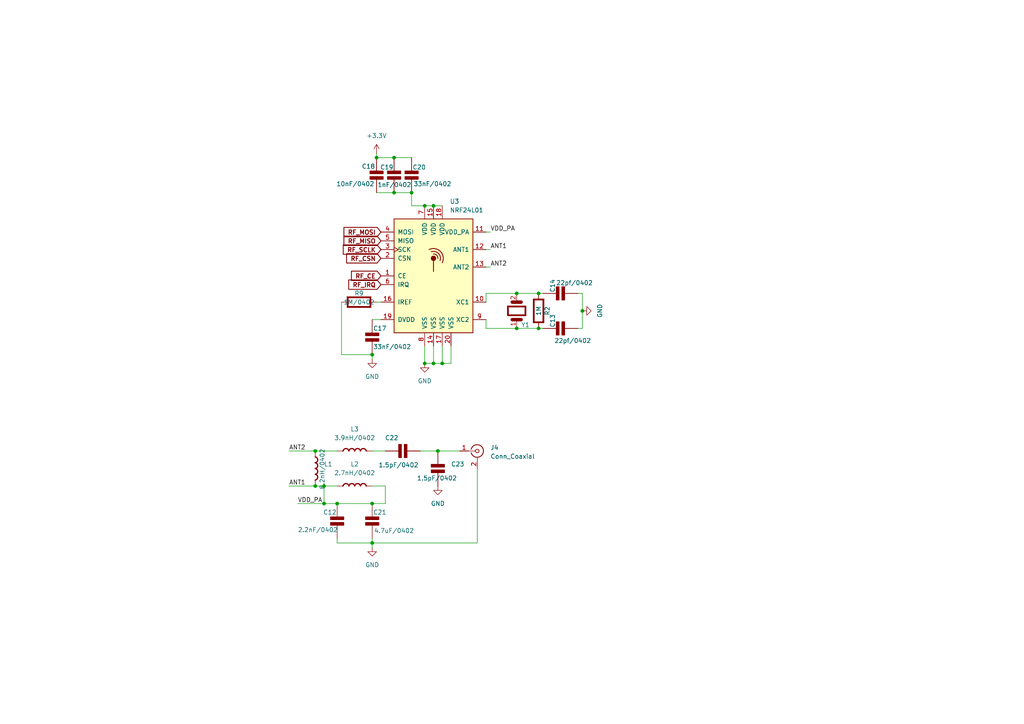
<source format=kicad_sch>
(kicad_sch
	(version 20231120)
	(generator "eeschema")
	(generator_version "8.0")
	(uuid "9300aaf4-c29d-43a4-8852-a8629b5a452d")
	(paper "A4")
	(lib_symbols
		(symbol "Connector:Conn_Coaxial"
			(pin_names
				(offset 1.016) hide)
			(exclude_from_sim no)
			(in_bom yes)
			(on_board yes)
			(property "Reference" "J"
				(at 0.254 3.048 0)
				(effects
					(font
						(size 1.27 1.27)
					)
				)
			)
			(property "Value" "Conn_Coaxial"
				(at 2.921 0 90)
				(effects
					(font
						(size 1.27 1.27)
					)
				)
			)
			(property "Footprint" ""
				(at 0 0 0)
				(effects
					(font
						(size 1.27 1.27)
					)
					(hide yes)
				)
			)
			(property "Datasheet" "~"
				(at 0 0 0)
				(effects
					(font
						(size 1.27 1.27)
					)
					(hide yes)
				)
			)
			(property "Description" "coaxial connector (BNC, SMA, SMB, SMC, Cinch/RCA, LEMO, ...)"
				(at 0 0 0)
				(effects
					(font
						(size 1.27 1.27)
					)
					(hide yes)
				)
			)
			(property "ki_keywords" "BNC SMA SMB SMC LEMO coaxial connector CINCH RCA MCX MMCX U.FL UMRF"
				(at 0 0 0)
				(effects
					(font
						(size 1.27 1.27)
					)
					(hide yes)
				)
			)
			(property "ki_fp_filters" "*BNC* *SMA* *SMB* *SMC* *Cinch* *LEMO* *UMRF* *MCX* *U.FL*"
				(at 0 0 0)
				(effects
					(font
						(size 1.27 1.27)
					)
					(hide yes)
				)
			)
			(symbol "Conn_Coaxial_0_1"
				(arc
					(start -1.778 -0.508)
					(mid 0.2311 -1.8066)
					(end 1.778 0)
					(stroke
						(width 0.254)
						(type default)
					)
					(fill
						(type none)
					)
				)
				(polyline
					(pts
						(xy -2.54 0) (xy -0.508 0)
					)
					(stroke
						(width 0)
						(type default)
					)
					(fill
						(type none)
					)
				)
				(polyline
					(pts
						(xy 0 -2.54) (xy 0 -1.778)
					)
					(stroke
						(width 0)
						(type default)
					)
					(fill
						(type none)
					)
				)
				(circle
					(center 0 0)
					(radius 0.508)
					(stroke
						(width 0.2032)
						(type default)
					)
					(fill
						(type none)
					)
				)
				(arc
					(start 1.778 0)
					(mid 0.2099 1.8101)
					(end -1.778 0.508)
					(stroke
						(width 0.254)
						(type default)
					)
					(fill
						(type none)
					)
				)
			)
			(symbol "Conn_Coaxial_1_1"
				(pin passive line
					(at -5.08 0 0)
					(length 2.54)
					(name "In"
						(effects
							(font
								(size 1.27 1.27)
							)
						)
					)
					(number "1"
						(effects
							(font
								(size 1.27 1.27)
							)
						)
					)
				)
				(pin passive line
					(at 0 -5.08 90)
					(length 2.54)
					(name "Ext"
						(effects
							(font
								(size 1.27 1.27)
							)
						)
					)
					(number "2"
						(effects
							(font
								(size 1.27 1.27)
							)
						)
					)
				)
			)
		)
		(symbol "PCM_Elektuur:C"
			(pin_numbers hide)
			(pin_names
				(offset 0) hide)
			(exclude_from_sim no)
			(in_bom yes)
			(on_board yes)
			(property "Reference" "C"
				(at 0.635 3.175 0)
				(effects
					(font
						(size 1.27 1.27)
					)
					(justify left)
				)
			)
			(property "Value" "C"
				(at 0.635 -3.175 0)
				(effects
					(font
						(size 1.27 1.27)
					)
					(justify left)
				)
			)
			(property "Footprint" ""
				(at 0 0 0)
				(effects
					(font
						(size 1.27 1.27)
					)
					(hide yes)
				)
			)
			(property "Datasheet" ""
				(at 0 0 0)
				(effects
					(font
						(size 1.27 1.27)
					)
					(hide yes)
				)
			)
			(property "Description" "capacitor, non-polarized/bipolar"
				(at 0 0 0)
				(effects
					(font
						(size 1.27 1.27)
					)
					(hide yes)
				)
			)
			(property "Indicator" "+"
				(at -1.27 3.175 0)
				(effects
					(font
						(size 1.27 1.27)
					)
					(hide yes)
				)
			)
			(property "Rating" "V"
				(at -0.635 -3.175 0)
				(effects
					(font
						(size 1.27 1.27)
					)
					(justify right)
					(hide yes)
				)
			)
			(property "ki_keywords" "C cap capacitor non-polarized bipolar"
				(at 0 0 0)
				(effects
					(font
						(size 1.27 1.27)
					)
					(hide yes)
				)
			)
			(symbol "C_1_1"
				(rectangle
					(start -1.905 -0.4318)
					(end 1.905 -1.1938)
					(stroke
						(width 0.254)
						(type default)
					)
					(fill
						(type outline)
					)
				)
				(rectangle
					(start -1.905 1.1938)
					(end 1.905 0.4318)
					(stroke
						(width 0.254)
						(type default)
					)
					(fill
						(type outline)
					)
				)
				(pin passive line
					(at 0 5.08 270)
					(length 3.8862)
					(name "+"
						(effects
							(font
								(size 1.27 1.27)
							)
						)
					)
					(number "1"
						(effects
							(font
								(size 1.27 1.27)
							)
						)
					)
				)
				(pin passive line
					(at 0 -5.08 90)
					(length 3.8862)
					(name "-"
						(effects
							(font
								(size 1.27 1.27)
							)
						)
					)
					(number "2"
						(effects
							(font
								(size 1.27 1.27)
							)
						)
					)
				)
			)
			(symbol "C_1_2"
				(polyline
					(pts
						(xy -1.905 -1.4986) (xy 1.905 -1.4986) (xy 1.905 -0.4318) (xy -1.905 -0.4318) (xy -1.905 -1.4986)
						(xy -1.8034 -1.397) (xy -1.8034 -0.5334) (xy 1.8034 -0.5334) (xy 1.8034 -1.397) (xy -1.8034 -1.397)
						(xy -1.905 -1.4986)
					)
					(stroke
						(width 0.254)
						(type default)
					)
					(fill
						(type outline)
					)
				)
				(polyline
					(pts
						(xy -1.905 0.4318) (xy 1.905 0.4318) (xy 1.905 1.4986) (xy -1.905 1.4986) (xy -1.905 0.4318) (xy -1.8034 0.5334)
						(xy -1.8034 1.397) (xy 1.8034 1.397) (xy 1.8034 0.5334) (xy -1.8034 0.5334) (xy -1.905 0.4318)
					)
					(stroke
						(width 0.254)
						(type default)
					)
					(fill
						(type outline)
					)
				)
				(pin passive line
					(at 0 5.08 270)
					(length 3.5814)
					(name "+"
						(effects
							(font
								(size 1.27 1.27)
							)
						)
					)
					(number "1"
						(effects
							(font
								(size 1.27 1.27)
							)
						)
					)
				)
				(pin passive line
					(at 0 -5.08 90)
					(length 3.5814)
					(name "-"
						(effects
							(font
								(size 1.27 1.27)
							)
						)
					)
					(number "2"
						(effects
							(font
								(size 1.27 1.27)
							)
						)
					)
				)
			)
		)
		(symbol "PCM_Elektuur:L"
			(pin_numbers hide)
			(pin_names
				(offset 0) hide)
			(exclude_from_sim no)
			(in_bom yes)
			(on_board yes)
			(property "Reference" "L"
				(at 2.54 3.175 0)
				(effects
					(font
						(size 1.27 1.27)
					)
					(justify left)
				)
			)
			(property "Value" "L"
				(at 2.54 -3.175 0)
				(effects
					(font
						(size 1.27 1.27)
					)
					(justify left)
				)
			)
			(property "Footprint" ""
				(at 0 0 0)
				(effects
					(font
						(size 1.27 1.27)
					)
					(hide yes)
				)
			)
			(property "Datasheet" ""
				(at 0 0 0)
				(effects
					(font
						(size 1.27 1.27)
					)
					(hide yes)
				)
			)
			(property "Description" "coil/winding/inductor/choke/reactor"
				(at 0 0 0)
				(effects
					(font
						(size 1.27 1.27)
					)
					(hide yes)
				)
			)
			(property "Indicator" "●"
				(at -0.127 2.54 0)
				(effects
					(font
						(size 0.635 0.635)
					)
					(hide yes)
				)
			)
			(property "Rating" "A"
				(at -1.27 -3.175 0)
				(effects
					(font
						(size 1.27 1.27)
					)
					(justify right)
					(hide yes)
				)
			)
			(property "ki_keywords" "L coil winding inductor choke reactor dot instantaneous voltage polarity indicator magnetic core transformer"
				(at 0 0 0)
				(effects
					(font
						(size 1.27 1.27)
					)
					(hide yes)
				)
			)
			(symbol "L_1_0"
				(arc
					(start 0 -3.4036)
					(mid 0.762 -2.5146)
					(end 0 -1.6256)
					(stroke
						(width 0.254)
						(type default)
					)
					(fill
						(type none)
					)
				)
				(arc
					(start 0 -3.302)
					(mid 0.6604 -2.5146)
					(end 0 -1.7272)
					(stroke
						(width 0.254)
						(type default)
					)
					(fill
						(type none)
					)
				)
				(arc
					(start 0 -1.7272)
					(mid 0.762 -0.8382)
					(end 0 0.0508)
					(stroke
						(width 0.254)
						(type default)
					)
					(fill
						(type none)
					)
				)
				(arc
					(start 0 -1.6256)
					(mid 0.6604 -0.8382)
					(end 0 -0.0508)
					(stroke
						(width 0.254)
						(type default)
					)
					(fill
						(type none)
					)
				)
				(arc
					(start 0 -0.0508)
					(mid 0.762 0.8382)
					(end 0 1.7272)
					(stroke
						(width 0.254)
						(type default)
					)
					(fill
						(type none)
					)
				)
				(polyline
					(pts
						(xy 0 -3.302) (xy 0 -3.5052)
					)
					(stroke
						(width 0.254)
						(type default)
					)
					(fill
						(type none)
					)
				)
				(polyline
					(pts
						(xy 0 -1.6256) (xy 0 -1.7272)
					)
					(stroke
						(width 0.254)
						(type default)
					)
					(fill
						(type none)
					)
				)
				(polyline
					(pts
						(xy 0 0.0508) (xy 0 -0.0508)
					)
					(stroke
						(width 0.254)
						(type default)
					)
					(fill
						(type none)
					)
				)
				(polyline
					(pts
						(xy 0 1.7272) (xy 0 1.6256)
					)
					(stroke
						(width 0.254)
						(type default)
					)
					(fill
						(type none)
					)
				)
				(polyline
					(pts
						(xy 0 3.5052) (xy 0 3.302)
					)
					(stroke
						(width 0.254)
						(type default)
					)
					(fill
						(type none)
					)
				)
				(arc
					(start 0 0.0508)
					(mid 0.6604 0.8382)
					(end 0 1.6256)
					(stroke
						(width 0.254)
						(type default)
					)
					(fill
						(type none)
					)
				)
				(arc
					(start 0 1.6256)
					(mid 0.762 2.5146)
					(end 0 3.4036)
					(stroke
						(width 0.254)
						(type default)
					)
					(fill
						(type none)
					)
				)
				(arc
					(start 0 1.7272)
					(mid 0.6604 2.5146)
					(end 0 3.302)
					(stroke
						(width 0.254)
						(type default)
					)
					(fill
						(type none)
					)
				)
				(pin passive line
					(at 0 5.08 270)
					(length 1.5748)
					(name "+"
						(effects
							(font
								(size 1.27 1.27)
							)
						)
					)
					(number "1"
						(effects
							(font
								(size 1.27 1.27)
							)
						)
					)
				)
				(pin passive line
					(at 0 -5.08 90)
					(length 1.5748)
					(name "-"
						(effects
							(font
								(size 1.27 1.27)
							)
						)
					)
					(number "2"
						(effects
							(font
								(size 1.27 1.27)
							)
						)
					)
				)
			)
			(symbol "L_1_2"
				(rectangle
					(start 1.524 3.3782)
					(end 1.9812 -3.3782)
					(stroke
						(width 0.254)
						(type default)
					)
					(fill
						(type outline)
					)
				)
			)
			(symbol "L_1_3"
				(rectangle
					(start 1.524 -1.9304)
					(end 1.9812 -3.0988)
					(stroke
						(width 0.254)
						(type default)
					)
					(fill
						(type outline)
					)
				)
				(rectangle
					(start 1.524 -0.254)
					(end 1.9812 -1.4224)
					(stroke
						(width 0.254)
						(type default)
					)
					(fill
						(type outline)
					)
				)
				(rectangle
					(start 1.524 1.4224)
					(end 1.9812 0.254)
					(stroke
						(width 0.254)
						(type default)
					)
					(fill
						(type outline)
					)
				)
				(rectangle
					(start 1.524 3.0988)
					(end 1.9812 1.9304)
					(stroke
						(width 0.254)
						(type default)
					)
					(fill
						(type outline)
					)
				)
			)
		)
		(symbol "PCM_Elektuur:R"
			(pin_numbers hide)
			(pin_names
				(offset 0) hide)
			(exclude_from_sim no)
			(in_bom yes)
			(on_board yes)
			(property "Reference" "R"
				(at 2.54 3.175 0)
				(effects
					(font
						(size 1.27 1.27)
					)
					(justify left)
				)
			)
			(property "Value" "R"
				(at 0 0 90)
				(effects
					(font
						(size 1.27 1.27)
					)
				)
			)
			(property "Footprint" ""
				(at 0 0 0)
				(effects
					(font
						(size 1.27 1.27)
					)
					(hide yes)
				)
			)
			(property "Datasheet" ""
				(at 0 0 0)
				(effects
					(font
						(size 1.27 1.27)
					)
					(hide yes)
				)
			)
			(property "Description" "resistor"
				(at 0 0 0)
				(effects
					(font
						(size 1.27 1.27)
					)
					(hide yes)
				)
			)
			(property "Indicator" "+"
				(at -3.175 3.175 0)
				(effects
					(font
						(size 1.27 1.27)
					)
					(hide yes)
				)
			)
			(property "Rating" "W"
				(at 2.54 -3.175 0)
				(effects
					(font
						(size 1.27 1.27)
					)
					(justify left)
					(hide yes)
				)
			)
			(property "ki_keywords" "R res resistor"
				(at 0 0 0)
				(effects
					(font
						(size 1.27 1.27)
					)
					(hide yes)
				)
			)
			(symbol "R_1_1"
				(polyline
					(pts
						(xy -1.524 -3.429) (xy 1.524 -3.429) (xy 1.524 3.429) (xy -1.524 3.429) (xy -1.524 -3.429) (xy -1.27 -3.175)
						(xy -1.27 3.175) (xy 1.27 3.175) (xy 1.27 -3.175) (xy -1.27 -3.175) (xy -1.524 -3.429)
					)
					(stroke
						(width 0.254)
						(type default)
					)
					(fill
						(type outline)
					)
				)
				(pin passive line
					(at 0 5.08 270)
					(length 1.651)
					(name "+"
						(effects
							(font
								(size 1.27 1.27)
							)
						)
					)
					(number "1"
						(effects
							(font
								(size 1.27 1.27)
							)
						)
					)
				)
				(pin passive line
					(at 0 -5.08 90)
					(length 1.651)
					(name "-"
						(effects
							(font
								(size 1.27 1.27)
							)
						)
					)
					(number "2"
						(effects
							(font
								(size 1.27 1.27)
							)
						)
					)
				)
			)
			(symbol "R_1_2"
				(polyline
					(pts
						(xy -0.508 -3.429) (xy 1.524 -3.429) (xy 1.524 3.429) (xy -0.508 3.429) (xy -0.508 3.175) (xy 1.27 3.175)
						(xy 1.27 -3.175) (xy -0.508 -3.175) (xy -0.508 -3.429)
					)
					(stroke
						(width 0.254)
						(type default)
					)
					(fill
						(type outline)
					)
				)
				(pin passive line
					(at 0 5.08 270)
					(length 1.651)
					(name "+"
						(effects
							(font
								(size 1.27 1.27)
							)
						)
					)
					(number "1"
						(effects
							(font
								(size 1.27 1.27)
							)
						)
					)
				)
				(pin passive line
					(at 0 -5.08 90)
					(length 1.651)
					(name "-"
						(effects
							(font
								(size 1.27 1.27)
							)
						)
					)
					(number "2"
						(effects
							(font
								(size 1.27 1.27)
							)
						)
					)
				)
			)
			(symbol "R_1_3"
				(polyline
					(pts
						(xy 0 3.4798) (xy 0 3.2004) (xy 0.7112 2.794) (xy -1.1938 1.6764) (xy 0.7112 0.5588) (xy -1.1938 -0.5588)
						(xy 0.7112 -1.6764) (xy -1.1938 -2.794) (xy 0 -3.4798) (xy 0 -3.2004) (xy -0.7112 -2.794) (xy 1.1938 -1.6764)
						(xy -0.7112 -0.5588) (xy 1.1938 0.5588) (xy -0.7112 1.6764) (xy 1.1938 2.794) (xy 0 3.4798)
					)
					(stroke
						(width 0.254)
						(type default)
					)
					(fill
						(type outline)
					)
				)
				(pin passive line
					(at 0 5.08 270)
					(length 1.6002)
					(name "+"
						(effects
							(font
								(size 1.27 1.27)
							)
						)
					)
					(number "1"
						(effects
							(font
								(size 1.27 1.27)
							)
						)
					)
				)
				(pin passive line
					(at 0 -5.08 90)
					(length 1.6002)
					(name "-"
						(effects
							(font
								(size 1.27 1.27)
							)
						)
					)
					(number "2"
						(effects
							(font
								(size 1.27 1.27)
							)
						)
					)
				)
			)
			(symbol "R_1_4"
				(polyline
					(pts
						(xy 0 4.5466) (xy 0 4.2672) (xy 0.0508 4.2418) (xy 1.016 3.683) (xy -1.524 2.2098) (xy 1.016 0.7366)
						(xy -1.524 -0.7366) (xy 1.016 -2.2098) (xy -1.524 -3.683) (xy -0.0762 -4.5212) (xy 0 -4.5466)
						(xy 0 -4.2672) (xy -0.0508 -4.2418) (xy -1.016 -3.683) (xy 1.524 -2.2098) (xy -1.016 -0.7366)
						(xy 1.524 0.7366) (xy -1.016 2.2098) (xy 1.524 3.683) (xy 0.0762 4.5212) (xy 0 4.5466)
					)
					(stroke
						(width 0.254)
						(type default)
					)
					(fill
						(type outline)
					)
				)
				(pin passive line
					(at 0 5.08 270)
					(length 0.5334)
					(name "+"
						(effects
							(font
								(size 1.27 1.27)
							)
						)
					)
					(number "1"
						(effects
							(font
								(size 1.27 1.27)
							)
						)
					)
				)
				(pin passive line
					(at 0 -5.08 90)
					(length 0.5334)
					(name "-"
						(effects
							(font
								(size 1.27 1.27)
							)
						)
					)
					(number "2"
						(effects
							(font
								(size 1.27 1.27)
							)
						)
					)
				)
			)
		)
		(symbol "PCM_SL_Devices:Crystal_16MHz"
			(exclude_from_sim no)
			(in_bom yes)
			(on_board yes)
			(property "Reference" "Y"
				(at 0 7.62 0)
				(effects
					(font
						(size 1.27 1.27)
					)
				)
			)
			(property "Value" "Crystal_16MHz"
				(at 0 5.08 0)
				(effects
					(font
						(size 1.27 1.27)
					)
				)
			)
			(property "Footprint" "Crystal:Crystal_HC49-4H_Vertical"
				(at 0 -3.81 0)
				(effects
					(font
						(size 1.27 1.27)
					)
					(hide yes)
				)
			)
			(property "Datasheet" ""
				(at 0 1.27 0)
				(effects
					(font
						(size 1.27 1.27)
					)
					(hide yes)
				)
			)
			(property "Description" "16Mz Crystal"
				(at 0 0 0)
				(effects
					(font
						(size 1.27 1.27)
					)
					(hide yes)
				)
			)
			(property "ki_keywords" "16Mz Crystal"
				(at 0 0 0)
				(effects
					(font
						(size 1.27 1.27)
					)
					(hide yes)
				)
			)
			(symbol "Crystal_16MHz_0_1"
				(rectangle
					(start -1.27 2.54)
					(end 1.27 -2.54)
					(stroke
						(width 0.5)
						(type default)
					)
					(fill
						(type none)
					)
				)
				(polyline
					(pts
						(xy -2.54 1.27) (xy -2.54 -1.27)
					)
					(stroke
						(width 1)
						(type default)
					)
					(fill
						(type none)
					)
				)
				(polyline
					(pts
						(xy 2.54 1.27) (xy 2.54 -1.27)
					)
					(stroke
						(width 1)
						(type default)
					)
					(fill
						(type none)
					)
				)
			)
			(symbol "Crystal_16MHz_1_1"
				(pin passive line
					(at -5.08 0 0)
					(length 2.54)
					(name ""
						(effects
							(font
								(size 1.27 1.27)
							)
						)
					)
					(number "1"
						(effects
							(font
								(size 1.27 1.27)
							)
						)
					)
				)
				(pin passive line
					(at 5.08 0 180)
					(length 2.54)
					(name ""
						(effects
							(font
								(size 1.27 1.27)
							)
						)
					)
					(number "2"
						(effects
							(font
								(size 1.27 1.27)
							)
						)
					)
				)
			)
		)
		(symbol "RF:NRF24L01"
			(pin_names
				(offset 1.016)
			)
			(exclude_from_sim no)
			(in_bom yes)
			(on_board yes)
			(property "Reference" "U"
				(at -11.43 17.78 0)
				(effects
					(font
						(size 1.27 1.27)
					)
					(justify left)
				)
			)
			(property "Value" "NRF24L01"
				(at 5.08 17.78 0)
				(effects
					(font
						(size 1.27 1.27)
					)
					(justify left)
				)
			)
			(property "Footprint" "Package_DFN_QFN:QFN-20-1EP_4x4mm_P0.5mm_EP2.5x2.5mm"
				(at 5.08 20.32 0)
				(effects
					(font
						(size 1.27 1.27)
						(italic yes)
					)
					(justify left)
					(hide yes)
				)
			)
			(property "Datasheet" "http://www.nordicsemi.com/eng/content/download/2730/34105/file/nRF24L01_Product_Specification_v2_0.pdf"
				(at 0 2.54 0)
				(effects
					(font
						(size 1.27 1.27)
					)
					(hide yes)
				)
			)
			(property "Description" "Ultra low power 2.4GHz RF Transceiver, QFN-20"
				(at 0 0 0)
				(effects
					(font
						(size 1.27 1.27)
					)
					(hide yes)
				)
			)
			(property "ki_keywords" "Low Power RF Transceiver"
				(at 0 0 0)
				(effects
					(font
						(size 1.27 1.27)
					)
					(hide yes)
				)
			)
			(property "ki_fp_filters" "QFN*4x4*0.5mm*"
				(at 0 0 0)
				(effects
					(font
						(size 1.27 1.27)
					)
					(hide yes)
				)
			)
			(symbol "NRF24L01_0_1"
				(rectangle
					(start -11.43 16.51)
					(end 11.43 -16.51)
					(stroke
						(width 0.254)
						(type default)
					)
					(fill
						(type background)
					)
				)
				(polyline
					(pts
						(xy 0 4.445) (xy 0 1.27)
					)
					(stroke
						(width 0.254)
						(type default)
					)
					(fill
						(type none)
					)
				)
				(circle
					(center 0 5.08)
					(radius 0.635)
					(stroke
						(width 0.254)
						(type default)
					)
					(fill
						(type outline)
					)
				)
				(arc
					(start 1.27 5.08)
					(mid 0.9071 5.9946)
					(end 0 6.35)
					(stroke
						(width 0.254)
						(type default)
					)
					(fill
						(type none)
					)
				)
				(arc
					(start 1.905 4.445)
					(mid 1.4313 6.5254)
					(end -0.635 6.985)
					(stroke
						(width 0.254)
						(type default)
					)
					(fill
						(type none)
					)
				)
				(arc
					(start 2.54 3.81)
					(mid 2.008 7.088)
					(end -1.27 7.62)
					(stroke
						(width 0.254)
						(type default)
					)
					(fill
						(type none)
					)
				)
				(rectangle
					(start 11.43 -13.97)
					(end 11.43 -13.97)
					(stroke
						(width 0)
						(type default)
					)
					(fill
						(type none)
					)
				)
			)
			(symbol "NRF24L01_1_1"
				(pin input line
					(at -15.24 0 0)
					(length 3.81)
					(name "CE"
						(effects
							(font
								(size 1.27 1.27)
							)
						)
					)
					(number "1"
						(effects
							(font
								(size 1.27 1.27)
							)
						)
					)
				)
				(pin passive line
					(at 15.24 -7.62 180)
					(length 3.81)
					(name "XC1"
						(effects
							(font
								(size 1.27 1.27)
							)
						)
					)
					(number "10"
						(effects
							(font
								(size 1.27 1.27)
							)
						)
					)
				)
				(pin power_out line
					(at 15.24 12.7 180)
					(length 3.81)
					(name "VDD_PA"
						(effects
							(font
								(size 1.27 1.27)
							)
						)
					)
					(number "11"
						(effects
							(font
								(size 1.27 1.27)
							)
						)
					)
				)
				(pin passive line
					(at 15.24 7.62 180)
					(length 3.81)
					(name "ANT1"
						(effects
							(font
								(size 1.27 1.27)
							)
						)
					)
					(number "12"
						(effects
							(font
								(size 1.27 1.27)
							)
						)
					)
				)
				(pin passive line
					(at 15.24 2.54 180)
					(length 3.81)
					(name "ANT2"
						(effects
							(font
								(size 1.27 1.27)
							)
						)
					)
					(number "13"
						(effects
							(font
								(size 1.27 1.27)
							)
						)
					)
				)
				(pin power_in line
					(at 0 -20.32 90)
					(length 3.81)
					(name "VSS"
						(effects
							(font
								(size 1.27 1.27)
							)
						)
					)
					(number "14"
						(effects
							(font
								(size 1.27 1.27)
							)
						)
					)
				)
				(pin power_in line
					(at 0 20.32 270)
					(length 3.81)
					(name "VDD"
						(effects
							(font
								(size 1.27 1.27)
							)
						)
					)
					(number "15"
						(effects
							(font
								(size 1.27 1.27)
							)
						)
					)
				)
				(pin passive line
					(at -15.24 -7.62 0)
					(length 3.81)
					(name "IREF"
						(effects
							(font
								(size 1.27 1.27)
							)
						)
					)
					(number "16"
						(effects
							(font
								(size 1.27 1.27)
							)
						)
					)
				)
				(pin power_in line
					(at 2.54 -20.32 90)
					(length 3.81)
					(name "VSS"
						(effects
							(font
								(size 1.27 1.27)
							)
						)
					)
					(number "17"
						(effects
							(font
								(size 1.27 1.27)
							)
						)
					)
				)
				(pin power_in line
					(at 2.54 20.32 270)
					(length 3.81)
					(name "VDD"
						(effects
							(font
								(size 1.27 1.27)
							)
						)
					)
					(number "18"
						(effects
							(font
								(size 1.27 1.27)
							)
						)
					)
				)
				(pin power_out line
					(at -15.24 -12.7 0)
					(length 3.81)
					(name "DVDD"
						(effects
							(font
								(size 1.27 1.27)
							)
						)
					)
					(number "19"
						(effects
							(font
								(size 1.27 1.27)
							)
						)
					)
				)
				(pin input line
					(at -15.24 5.08 0)
					(length 3.81)
					(name "CSN"
						(effects
							(font
								(size 1.27 1.27)
							)
						)
					)
					(number "2"
						(effects
							(font
								(size 1.27 1.27)
							)
						)
					)
				)
				(pin power_in line
					(at 5.08 -20.32 90)
					(length 3.81)
					(name "VSS"
						(effects
							(font
								(size 1.27 1.27)
							)
						)
					)
					(number "20"
						(effects
							(font
								(size 1.27 1.27)
							)
						)
					)
				)
				(pin input clock
					(at -15.24 7.62 0)
					(length 3.81)
					(name "SCK"
						(effects
							(font
								(size 1.27 1.27)
							)
						)
					)
					(number "3"
						(effects
							(font
								(size 1.27 1.27)
							)
						)
					)
				)
				(pin input line
					(at -15.24 12.7 0)
					(length 3.81)
					(name "MOSI"
						(effects
							(font
								(size 1.27 1.27)
							)
						)
					)
					(number "4"
						(effects
							(font
								(size 1.27 1.27)
							)
						)
					)
				)
				(pin output line
					(at -15.24 10.16 0)
					(length 3.81)
					(name "MISO"
						(effects
							(font
								(size 1.27 1.27)
							)
						)
					)
					(number "5"
						(effects
							(font
								(size 1.27 1.27)
							)
						)
					)
				)
				(pin output line
					(at -15.24 -2.54 0)
					(length 3.81)
					(name "IRQ"
						(effects
							(font
								(size 1.27 1.27)
							)
						)
					)
					(number "6"
						(effects
							(font
								(size 1.27 1.27)
							)
						)
					)
				)
				(pin power_in line
					(at -2.54 20.32 270)
					(length 3.81)
					(name "VDD"
						(effects
							(font
								(size 1.27 1.27)
							)
						)
					)
					(number "7"
						(effects
							(font
								(size 1.27 1.27)
							)
						)
					)
				)
				(pin power_in line
					(at -2.54 -20.32 90)
					(length 3.81)
					(name "VSS"
						(effects
							(font
								(size 1.27 1.27)
							)
						)
					)
					(number "8"
						(effects
							(font
								(size 1.27 1.27)
							)
						)
					)
				)
				(pin passive line
					(at 15.24 -12.7 180)
					(length 3.81)
					(name "XC2"
						(effects
							(font
								(size 1.27 1.27)
							)
						)
					)
					(number "9"
						(effects
							(font
								(size 1.27 1.27)
							)
						)
					)
				)
			)
		)
		(symbol "power:+3.3V"
			(power)
			(pin_numbers hide)
			(pin_names
				(offset 0) hide)
			(exclude_from_sim no)
			(in_bom yes)
			(on_board yes)
			(property "Reference" "#PWR"
				(at 0 -3.81 0)
				(effects
					(font
						(size 1.27 1.27)
					)
					(hide yes)
				)
			)
			(property "Value" "+3.3V"
				(at 0 3.556 0)
				(effects
					(font
						(size 1.27 1.27)
					)
				)
			)
			(property "Footprint" ""
				(at 0 0 0)
				(effects
					(font
						(size 1.27 1.27)
					)
					(hide yes)
				)
			)
			(property "Datasheet" ""
				(at 0 0 0)
				(effects
					(font
						(size 1.27 1.27)
					)
					(hide yes)
				)
			)
			(property "Description" "Power symbol creates a global label with name \"+3.3V\""
				(at 0 0 0)
				(effects
					(font
						(size 1.27 1.27)
					)
					(hide yes)
				)
			)
			(property "ki_keywords" "global power"
				(at 0 0 0)
				(effects
					(font
						(size 1.27 1.27)
					)
					(hide yes)
				)
			)
			(symbol "+3.3V_0_1"
				(polyline
					(pts
						(xy -0.762 1.27) (xy 0 2.54)
					)
					(stroke
						(width 0)
						(type default)
					)
					(fill
						(type none)
					)
				)
				(polyline
					(pts
						(xy 0 0) (xy 0 2.54)
					)
					(stroke
						(width 0)
						(type default)
					)
					(fill
						(type none)
					)
				)
				(polyline
					(pts
						(xy 0 2.54) (xy 0.762 1.27)
					)
					(stroke
						(width 0)
						(type default)
					)
					(fill
						(type none)
					)
				)
			)
			(symbol "+3.3V_1_1"
				(pin power_in line
					(at 0 0 90)
					(length 0)
					(name "~"
						(effects
							(font
								(size 1.27 1.27)
							)
						)
					)
					(number "1"
						(effects
							(font
								(size 1.27 1.27)
							)
						)
					)
				)
			)
		)
		(symbol "power:GND"
			(power)
			(pin_numbers hide)
			(pin_names
				(offset 0) hide)
			(exclude_from_sim no)
			(in_bom yes)
			(on_board yes)
			(property "Reference" "#PWR"
				(at 0 -6.35 0)
				(effects
					(font
						(size 1.27 1.27)
					)
					(hide yes)
				)
			)
			(property "Value" "GND"
				(at 0 -3.81 0)
				(effects
					(font
						(size 1.27 1.27)
					)
				)
			)
			(property "Footprint" ""
				(at 0 0 0)
				(effects
					(font
						(size 1.27 1.27)
					)
					(hide yes)
				)
			)
			(property "Datasheet" ""
				(at 0 0 0)
				(effects
					(font
						(size 1.27 1.27)
					)
					(hide yes)
				)
			)
			(property "Description" "Power symbol creates a global label with name \"GND\" , ground"
				(at 0 0 0)
				(effects
					(font
						(size 1.27 1.27)
					)
					(hide yes)
				)
			)
			(property "ki_keywords" "global power"
				(at 0 0 0)
				(effects
					(font
						(size 1.27 1.27)
					)
					(hide yes)
				)
			)
			(symbol "GND_0_1"
				(polyline
					(pts
						(xy 0 0) (xy 0 -1.27) (xy 1.27 -1.27) (xy 0 -2.54) (xy -1.27 -1.27) (xy 0 -1.27)
					)
					(stroke
						(width 0)
						(type default)
					)
					(fill
						(type none)
					)
				)
			)
			(symbol "GND_1_1"
				(pin power_in line
					(at 0 0 270)
					(length 0)
					(name "~"
						(effects
							(font
								(size 1.27 1.27)
							)
						)
					)
					(number "1"
						(effects
							(font
								(size 1.27 1.27)
							)
						)
					)
				)
			)
		)
	)
	(junction
		(at 168.91 90.17)
		(diameter 0)
		(color 0 0 0 0)
		(uuid "05e3a009-7c85-4667-8d78-778a6cd79186")
	)
	(junction
		(at 107.95 146.05)
		(diameter 0)
		(color 0 0 0 0)
		(uuid "06eb1f92-5609-42a9-a28d-e1f97f544383")
	)
	(junction
		(at 114.3 45.72)
		(diameter 0)
		(color 0 0 0 0)
		(uuid "0d511444-3eac-490e-b90c-cb85b53b221e")
	)
	(junction
		(at 156.21 85.09)
		(diameter 0)
		(color 0 0 0 0)
		(uuid "1638dd29-cea7-4bee-8fdd-d334f656dc93")
	)
	(junction
		(at 93.98 146.05)
		(diameter 0)
		(color 0 0 0 0)
		(uuid "1ffafc5a-564d-4cd3-b90c-6c16573ecfa4")
	)
	(junction
		(at 107.95 102.87)
		(diameter 0)
		(color 0 0 0 0)
		(uuid "212f3012-aa58-4a84-8a89-06dfaa2f94ac")
	)
	(junction
		(at 91.44 140.97)
		(diameter 0)
		(color 0 0 0 0)
		(uuid "51ae8ca2-45ef-40bf-a122-b7a3f3c1dfa3")
	)
	(junction
		(at 127 130.81)
		(diameter 0)
		(color 0 0 0 0)
		(uuid "53ba54ac-b14e-4079-845a-13777b725173")
	)
	(junction
		(at 149.86 85.09)
		(diameter 0)
		(color 0 0 0 0)
		(uuid "608c26e4-7dd0-4d5f-a673-0010def2347c")
	)
	(junction
		(at 125.73 105.41)
		(diameter 0)
		(color 0 0 0 0)
		(uuid "66e31518-23b2-4eb4-ad3a-e0a2a1908acd")
	)
	(junction
		(at 114.3 55.88)
		(diameter 0)
		(color 0 0 0 0)
		(uuid "913b57b5-8d1b-4d08-b2da-7f4a7dd598dd")
	)
	(junction
		(at 123.19 59.69)
		(diameter 0)
		(color 0 0 0 0)
		(uuid "9c3cf1a9-4a12-4ba5-a59b-ae422f6c5ec6")
	)
	(junction
		(at 97.79 146.05)
		(diameter 0)
		(color 0 0 0 0)
		(uuid "9cc0e357-6f07-48ec-b2ee-8cf5b87e788d")
	)
	(junction
		(at 123.19 105.41)
		(diameter 0)
		(color 0 0 0 0)
		(uuid "a81a43b7-0890-42fa-87e0-1d09f4a324da")
	)
	(junction
		(at 125.73 59.69)
		(diameter 0)
		(color 0 0 0 0)
		(uuid "a9c675ef-a49b-47be-9c11-c823767dea45")
	)
	(junction
		(at 109.22 45.72)
		(diameter 0)
		(color 0 0 0 0)
		(uuid "ad34e75f-991b-4c77-b2f9-bf82995b5a5e")
	)
	(junction
		(at 93.98 140.97)
		(diameter 0)
		(color 0 0 0 0)
		(uuid "c806e5fa-d3e5-47b9-87ab-e404bdceaa6c")
	)
	(junction
		(at 128.27 105.41)
		(diameter 0)
		(color 0 0 0 0)
		(uuid "d7acc1aa-93c0-4a1e-a357-48bd57f7ffd7")
	)
	(junction
		(at 107.95 157.48)
		(diameter 0)
		(color 0 0 0 0)
		(uuid "e826384c-191d-4366-8bf3-d3ef7b2ebd54")
	)
	(junction
		(at 156.21 95.25)
		(diameter 0)
		(color 0 0 0 0)
		(uuid "ec095469-d5fa-4207-98e0-92e381d929b0")
	)
	(junction
		(at 91.44 130.81)
		(diameter 0)
		(color 0 0 0 0)
		(uuid "ed2f6b09-2e56-40da-b41d-6ad17e0ae823")
	)
	(junction
		(at 119.38 55.88)
		(diameter 0)
		(color 0 0 0 0)
		(uuid "ed9aef28-5a29-4faa-a7b7-afa7412d75a9")
	)
	(junction
		(at 149.86 95.25)
		(diameter 0)
		(color 0 0 0 0)
		(uuid "efab28ed-8c77-4ee4-abab-0ed6da50a368")
	)
	(wire
		(pts
			(xy 114.3 45.72) (xy 119.38 45.72)
		)
		(stroke
			(width 0)
			(type default)
		)
		(uuid "085cea35-5288-411e-b6ec-2e2ee1971c54")
	)
	(wire
		(pts
			(xy 114.3 55.88) (xy 119.38 55.88)
		)
		(stroke
			(width 0)
			(type default)
		)
		(uuid "0befd525-04da-49ad-9e8f-2617f28b1243")
	)
	(wire
		(pts
			(xy 97.79 146.05) (xy 107.95 146.05)
		)
		(stroke
			(width 0)
			(type default)
		)
		(uuid "11e77fa9-b8c5-4d70-aab0-cf7b0df14c61")
	)
	(wire
		(pts
			(xy 128.27 100.33) (xy 128.27 105.41)
		)
		(stroke
			(width 0)
			(type default)
		)
		(uuid "22508c89-4542-423c-a1c1-fe3f4aa7b192")
	)
	(wire
		(pts
			(xy 83.82 140.97) (xy 91.44 140.97)
		)
		(stroke
			(width 0)
			(type default)
		)
		(uuid "247ffd7f-c9d7-456b-a181-5df66d28d0e9")
	)
	(wire
		(pts
			(xy 97.79 156.21) (xy 97.79 157.48)
		)
		(stroke
			(width 0)
			(type default)
		)
		(uuid "28c59963-e584-47ae-a250-6f23e30ce2e6")
	)
	(wire
		(pts
			(xy 83.82 130.81) (xy 91.44 130.81)
		)
		(stroke
			(width 0)
			(type default)
		)
		(uuid "2b0c32ed-ad64-47f9-986b-dc2c6d033f1f")
	)
	(wire
		(pts
			(xy 140.97 92.71) (xy 140.97 95.25)
		)
		(stroke
			(width 0)
			(type default)
		)
		(uuid "3c5d5efa-bd00-4594-b92e-41932dcb8da5")
	)
	(wire
		(pts
			(xy 107.95 140.97) (xy 111.76 140.97)
		)
		(stroke
			(width 0)
			(type default)
		)
		(uuid "484652c0-07c4-4ebb-b114-8e10dacfeca1")
	)
	(wire
		(pts
			(xy 111.76 146.05) (xy 111.76 140.97)
		)
		(stroke
			(width 0)
			(type default)
		)
		(uuid "4e67c12d-7a33-4b56-8995-82e9e69f926a")
	)
	(wire
		(pts
			(xy 168.91 85.09) (xy 168.91 90.17)
		)
		(stroke
			(width 0)
			(type default)
		)
		(uuid "50d0ccdc-7ddc-4e41-9164-1776fddaa757")
	)
	(wire
		(pts
			(xy 140.97 77.47) (xy 142.24 77.47)
		)
		(stroke
			(width 0)
			(type default)
		)
		(uuid "5168327b-8dfc-4102-936c-2227349c4681")
	)
	(wire
		(pts
			(xy 107.95 156.21) (xy 107.95 157.48)
		)
		(stroke
			(width 0)
			(type default)
		)
		(uuid "51cb6d8c-52c5-48e5-ad04-bfe54f09e333")
	)
	(wire
		(pts
			(xy 109.22 45.72) (xy 114.3 45.72)
		)
		(stroke
			(width 0)
			(type default)
		)
		(uuid "574757dd-77e4-4364-929f-833dddac2e7c")
	)
	(wire
		(pts
			(xy 140.97 67.31) (xy 142.24 67.31)
		)
		(stroke
			(width 0)
			(type default)
		)
		(uuid "59e011c0-c5c0-4fc4-9e64-aeb7bcb0b934")
	)
	(wire
		(pts
			(xy 93.98 146.05) (xy 97.79 146.05)
		)
		(stroke
			(width 0)
			(type default)
		)
		(uuid "5cf09ab0-d7a7-4109-b50c-d57ba3d5f2f2")
	)
	(wire
		(pts
			(xy 128.27 59.69) (xy 125.73 59.69)
		)
		(stroke
			(width 0)
			(type default)
		)
		(uuid "64936fbd-2377-4da0-a7b1-311bde7e56fb")
	)
	(wire
		(pts
			(xy 99.06 102.87) (xy 107.95 102.87)
		)
		(stroke
			(width 0)
			(type default)
		)
		(uuid "66d622da-670b-4943-bf30-1e207399e810")
	)
	(wire
		(pts
			(xy 91.44 130.81) (xy 97.79 130.81)
		)
		(stroke
			(width 0)
			(type default)
		)
		(uuid "6e3df475-c037-4d32-ae9b-1d1fc45d0ba1")
	)
	(wire
		(pts
			(xy 128.27 105.41) (xy 130.81 105.41)
		)
		(stroke
			(width 0)
			(type default)
		)
		(uuid "6f8923c8-4078-457c-a0dc-bb6a39183b16")
	)
	(wire
		(pts
			(xy 93.98 140.97) (xy 93.98 146.05)
		)
		(stroke
			(width 0)
			(type default)
		)
		(uuid "7426a85c-5f80-4a35-8d51-069ca79d8149")
	)
	(wire
		(pts
			(xy 156.21 95.25) (xy 157.48 95.25)
		)
		(stroke
			(width 0)
			(type default)
		)
		(uuid "77a56d87-b1db-45ed-8442-e5e6022c5cac")
	)
	(wire
		(pts
			(xy 107.95 102.87) (xy 107.95 104.14)
		)
		(stroke
			(width 0)
			(type default)
		)
		(uuid "797f64b9-b96f-4d78-9048-0c5dc51773b4")
	)
	(wire
		(pts
			(xy 97.79 157.48) (xy 107.95 157.48)
		)
		(stroke
			(width 0)
			(type default)
		)
		(uuid "7d18d844-983e-4e9f-96b4-67e5d50892c1")
	)
	(wire
		(pts
			(xy 156.21 85.09) (xy 157.48 85.09)
		)
		(stroke
			(width 0)
			(type default)
		)
		(uuid "8230df26-b58f-45cf-9f2f-6185d3f14141")
	)
	(wire
		(pts
			(xy 125.73 105.41) (xy 128.27 105.41)
		)
		(stroke
			(width 0)
			(type default)
		)
		(uuid "844eed84-17ca-4dbb-a14a-4b22684b7820")
	)
	(wire
		(pts
			(xy 138.43 135.89) (xy 138.43 157.48)
		)
		(stroke
			(width 0)
			(type default)
		)
		(uuid "85e02ac3-8f91-4e7c-b642-6a5df64e68a8")
	)
	(wire
		(pts
			(xy 140.97 72.39) (xy 142.24 72.39)
		)
		(stroke
			(width 0)
			(type default)
		)
		(uuid "86245b94-6d30-4017-8d7f-88095d2233c8")
	)
	(wire
		(pts
			(xy 86.36 146.05) (xy 93.98 146.05)
		)
		(stroke
			(width 0)
			(type default)
		)
		(uuid "87ebd315-df5b-4643-a7f2-a13b8f965028")
	)
	(wire
		(pts
			(xy 123.19 59.69) (xy 119.38 59.69)
		)
		(stroke
			(width 0)
			(type default)
		)
		(uuid "910bc6b4-0960-4979-8e20-d284bd334e1e")
	)
	(wire
		(pts
			(xy 107.95 157.48) (xy 107.95 158.75)
		)
		(stroke
			(width 0)
			(type default)
		)
		(uuid "947f73cc-f972-482f-8210-6d13c584f55e")
	)
	(wire
		(pts
			(xy 140.97 85.09) (xy 149.86 85.09)
		)
		(stroke
			(width 0)
			(type default)
		)
		(uuid "992979d2-acf6-405b-bac0-7b0f4080be8f")
	)
	(wire
		(pts
			(xy 130.81 100.33) (xy 130.81 105.41)
		)
		(stroke
			(width 0)
			(type default)
		)
		(uuid "a6b3cf17-7b60-4a26-9c01-bb48138cd69e")
	)
	(wire
		(pts
			(xy 127 130.81) (xy 133.35 130.81)
		)
		(stroke
			(width 0)
			(type default)
		)
		(uuid "a81f9d48-cf7e-4c8d-85fe-55c6882267db")
	)
	(wire
		(pts
			(xy 138.43 157.48) (xy 107.95 157.48)
		)
		(stroke
			(width 0)
			(type default)
		)
		(uuid "af40666f-b335-4a3a-aea7-a8f009bf8e84")
	)
	(wire
		(pts
			(xy 121.92 130.81) (xy 127 130.81)
		)
		(stroke
			(width 0)
			(type default)
		)
		(uuid "b13f27ce-114e-417d-85e8-fe17d3784b25")
	)
	(wire
		(pts
			(xy 107.95 130.81) (xy 111.76 130.81)
		)
		(stroke
			(width 0)
			(type default)
		)
		(uuid "ba34a4b6-1ce2-4433-9038-301dd8b5f67c")
	)
	(wire
		(pts
			(xy 107.95 92.71) (xy 110.49 92.71)
		)
		(stroke
			(width 0)
			(type default)
		)
		(uuid "bda7e8c7-7b05-4e36-81db-7d69eb6ea69c")
	)
	(wire
		(pts
			(xy 125.73 59.69) (xy 123.19 59.69)
		)
		(stroke
			(width 0)
			(type default)
		)
		(uuid "bdd82d1d-b5d2-4e5f-b0a0-69367d4552f7")
	)
	(wire
		(pts
			(xy 91.44 140.97) (xy 93.98 140.97)
		)
		(stroke
			(width 0)
			(type default)
		)
		(uuid "bf1bc272-dfb0-4567-b32c-10072d4986b0")
	)
	(wire
		(pts
			(xy 168.91 95.25) (xy 168.91 90.17)
		)
		(stroke
			(width 0)
			(type default)
		)
		(uuid "bf2c6ab6-20bd-41e4-937a-45b800b02f64")
	)
	(wire
		(pts
			(xy 109.22 55.88) (xy 114.3 55.88)
		)
		(stroke
			(width 0)
			(type default)
		)
		(uuid "cc997b1d-4366-4c99-b78b-e2b14d11698f")
	)
	(wire
		(pts
			(xy 93.98 140.97) (xy 97.79 140.97)
		)
		(stroke
			(width 0)
			(type default)
		)
		(uuid "cf700f5b-2396-45d0-9f67-ad73ad35f6e7")
	)
	(wire
		(pts
			(xy 99.06 87.63) (xy 99.06 102.87)
		)
		(stroke
			(width 0)
			(type default)
		)
		(uuid "d1e87308-2e5d-4b72-bc1f-90e4352765d2")
	)
	(wire
		(pts
			(xy 109.22 87.63) (xy 110.49 87.63)
		)
		(stroke
			(width 0)
			(type default)
		)
		(uuid "d4ca6d81-5f59-404d-b6ee-18c9a4d37773")
	)
	(wire
		(pts
			(xy 123.19 100.33) (xy 123.19 105.41)
		)
		(stroke
			(width 0)
			(type default)
		)
		(uuid "d4e4e804-0d36-4eac-9d1f-8866f8e6824c")
	)
	(wire
		(pts
			(xy 149.86 95.25) (xy 156.21 95.25)
		)
		(stroke
			(width 0)
			(type default)
		)
		(uuid "ddc39075-534f-470e-9279-72baaf10f566")
	)
	(wire
		(pts
			(xy 119.38 59.69) (xy 119.38 55.88)
		)
		(stroke
			(width 0)
			(type default)
		)
		(uuid "de9b3d81-a42d-4a1a-b2e3-915db046ee13")
	)
	(wire
		(pts
			(xy 125.73 100.33) (xy 125.73 105.41)
		)
		(stroke
			(width 0)
			(type default)
		)
		(uuid "e4a08be9-54cc-4de0-bb90-86cf91601e27")
	)
	(wire
		(pts
			(xy 125.73 105.41) (xy 123.19 105.41)
		)
		(stroke
			(width 0)
			(type default)
		)
		(uuid "e70dacb5-eea0-46b5-acdc-bfa67ebb40f9")
	)
	(wire
		(pts
			(xy 109.22 44.45) (xy 109.22 45.72)
		)
		(stroke
			(width 0)
			(type default)
		)
		(uuid "e733f938-88ee-4c97-852d-a4eb203062d0")
	)
	(wire
		(pts
			(xy 107.95 146.05) (xy 111.76 146.05)
		)
		(stroke
			(width 0)
			(type default)
		)
		(uuid "e95ed1ad-bb00-4a02-96b4-b1bad1de1daf")
	)
	(wire
		(pts
			(xy 167.64 85.09) (xy 168.91 85.09)
		)
		(stroke
			(width 0)
			(type default)
		)
		(uuid "ebdc644f-d77b-4533-8858-c0c44bb9481b")
	)
	(wire
		(pts
			(xy 167.64 95.25) (xy 168.91 95.25)
		)
		(stroke
			(width 0)
			(type default)
		)
		(uuid "f7bce343-8645-4b4f-be4e-6afa0fc0358d")
	)
	(wire
		(pts
			(xy 140.97 95.25) (xy 149.86 95.25)
		)
		(stroke
			(width 0)
			(type default)
		)
		(uuid "fb9994fc-83dd-416a-8266-dfc186e0bf23")
	)
	(wire
		(pts
			(xy 149.86 85.09) (xy 156.21 85.09)
		)
		(stroke
			(width 0)
			(type default)
		)
		(uuid "fd528060-b49a-43d9-a8ae-2ba5c5693f83")
	)
	(wire
		(pts
			(xy 140.97 87.63) (xy 140.97 85.09)
		)
		(stroke
			(width 0)
			(type default)
		)
		(uuid "fff503c7-9176-43a2-88ed-d177c87abfb9")
	)
	(label "ANT2"
		(at 142.24 77.47 0)
		(fields_autoplaced yes)
		(effects
			(font
				(size 1.27 1.27)
			)
			(justify left bottom)
		)
		(uuid "05b4cef9-a9ba-4f36-92f3-73122fcc000b")
	)
	(label "ANT1"
		(at 142.24 72.39 0)
		(fields_autoplaced yes)
		(effects
			(font
				(size 1.27 1.27)
			)
			(justify left bottom)
		)
		(uuid "401dce8f-280a-47ab-b67d-8198a4d682c1")
	)
	(label "VDD_PA"
		(at 142.24 67.31 0)
		(fields_autoplaced yes)
		(effects
			(font
				(size 1.27 1.27)
			)
			(justify left bottom)
		)
		(uuid "5d0d6ade-d1a1-4cba-a254-5a1bfe1a211f")
	)
	(label "ANT2"
		(at 83.82 130.81 0)
		(fields_autoplaced yes)
		(effects
			(font
				(size 1.27 1.27)
			)
			(justify left bottom)
		)
		(uuid "a2460e31-55ef-4c5a-8623-2f25aa72d511")
	)
	(label "ANT1"
		(at 83.82 140.97 0)
		(fields_autoplaced yes)
		(effects
			(font
				(size 1.27 1.27)
			)
			(justify left bottom)
		)
		(uuid "c0b49e20-c7eb-4473-a098-3f866046b6d5")
	)
	(label "VDD_PA"
		(at 86.36 146.05 0)
		(fields_autoplaced yes)
		(effects
			(font
				(size 1.27 1.27)
			)
			(justify left bottom)
		)
		(uuid "e95e4bd8-e239-452b-a3ab-77f3bc258acc")
	)
	(global_label "RF_SCLK"
		(shape input)
		(at 110.49 72.39 180)
		(fields_autoplaced yes)
		(effects
			(font
				(size 1.27 1.27)
				(thickness 0.254)
				(bold yes)
			)
			(justify right)
		)
		(uuid "1cdf9f6d-0db1-4a81-8aa5-7b042dd0c71a")
		(property "Intersheetrefs" "${INTERSHEET_REFS}"
			(at 98.925 72.39 0)
			(effects
				(font
					(size 1.27 1.27)
				)
				(justify right)
				(hide yes)
			)
		)
	)
	(global_label "RF_CSN"
		(shape input)
		(at 110.49 74.93 180)
		(fields_autoplaced yes)
		(effects
			(font
				(size 1.27 1.27)
				(thickness 0.254)
				(bold yes)
			)
			(justify right)
		)
		(uuid "45024b36-2d85-4588-a1e8-aa58a053f060")
		(property "Intersheetrefs" "${INTERSHEET_REFS}"
			(at 99.8926 74.93 0)
			(effects
				(font
					(size 1.27 1.27)
				)
				(justify right)
				(hide yes)
			)
		)
	)
	(global_label "RF_CE"
		(shape input)
		(at 110.49 80.01 180)
		(fields_autoplaced yes)
		(effects
			(font
				(size 1.27 1.27)
				(thickness 0.254)
				(bold yes)
			)
			(justify right)
		)
		(uuid "7c8ee2ea-f060-4008-929b-f19b06ad403e")
		(property "Intersheetrefs" "${INTERSHEET_REFS}"
			(at 101.2836 80.01 0)
			(effects
				(font
					(size 1.27 1.27)
				)
				(justify right)
				(hide yes)
			)
		)
	)
	(global_label "RF_MISO"
		(shape input)
		(at 110.49 69.85 180)
		(fields_autoplaced yes)
		(effects
			(font
				(size 1.27 1.27)
				(thickness 0.254)
				(bold yes)
			)
			(justify right)
		)
		(uuid "8f06853a-e2a4-40c0-ad65-3ddb8ad729f7")
		(property "Intersheetrefs" "${INTERSHEET_REFS}"
			(at 99.1064 69.85 0)
			(effects
				(font
					(size 1.27 1.27)
				)
				(justify right)
				(hide yes)
			)
		)
	)
	(global_label "RF_MOSI"
		(shape input)
		(at 110.49 67.31 180)
		(fields_autoplaced yes)
		(effects
			(font
				(size 1.27 1.27)
				(thickness 0.254)
				(bold yes)
			)
			(justify right)
		)
		(uuid "c6dcc431-f866-4e06-bc74-cb32683cabf3")
		(property "Intersheetrefs" "${INTERSHEET_REFS}"
			(at 99.1064 67.31 0)
			(effects
				(font
					(size 1.27 1.27)
				)
				(justify right)
				(hide yes)
			)
		)
	)
	(global_label "RF_IRQ"
		(shape input)
		(at 110.49 82.55 180)
		(fields_autoplaced yes)
		(effects
			(font
				(size 1.27 1.27)
				(thickness 0.254)
				(bold yes)
			)
			(justify right)
		)
		(uuid "e0792f75-d941-4523-8c10-85c85ac4b4d6")
		(property "Intersheetrefs" "${INTERSHEET_REFS}"
			(at 100.4973 82.55 0)
			(effects
				(font
					(size 1.27 1.27)
				)
				(justify right)
				(hide yes)
			)
		)
	)
	(symbol
		(lib_id "PCM_Elektuur:C")
		(at 114.3 50.8 0)
		(unit 1)
		(exclude_from_sim no)
		(in_bom yes)
		(on_board yes)
		(dnp no)
		(uuid "06afe55f-d6a3-4153-aaef-6418d98b7482")
		(property "Reference" "C19"
			(at 110.236 48.514 0)
			(effects
				(font
					(size 1.27 1.27)
				)
				(justify left)
			)
		)
		(property "Value" "1nF/0402"
			(at 109.474 53.594 0)
			(effects
				(font
					(size 1.27 1.27)
				)
				(justify left)
			)
		)
		(property "Footprint" "Capacitor_SMD:C_0402_1005Metric_Pad0.74x0.62mm_HandSolder"
			(at 114.3 50.8 0)
			(effects
				(font
					(size 1.27 1.27)
				)
				(hide yes)
			)
		)
		(property "Datasheet" ""
			(at 114.3 50.8 0)
			(effects
				(font
					(size 1.27 1.27)
				)
				(hide yes)
			)
		)
		(property "Description" "capacitor, non-polarized/bipolar"
			(at 114.3 50.8 0)
			(effects
				(font
					(size 1.27 1.27)
				)
				(hide yes)
			)
		)
		(property "Indicator" "+"
			(at 113.03 47.625 0)
			(effects
				(font
					(size 1.27 1.27)
				)
				(hide yes)
			)
		)
		(property "Rating" "V"
			(at 113.665 53.975 0)
			(effects
				(font
					(size 1.27 1.27)
				)
				(justify right)
				(hide yes)
			)
		)
		(pin "1"
			(uuid "1626a5cb-f5ef-4498-b204-55197c26f9db")
		)
		(pin "2"
			(uuid "f172b622-0207-4bd3-b581-5492328e3e1b")
		)
		(instances
			(project "Rpi_Custom"
				(path "/0c782e15-0764-4eb8-a966-1f3125c3c492/ff44b7f8-fdbc-411b-b9ba-841f2d7d9b21"
					(reference "C19")
					(unit 1)
				)
			)
		)
	)
	(symbol
		(lib_id "Connector:Conn_Coaxial")
		(at 138.43 130.81 0)
		(unit 1)
		(exclude_from_sim no)
		(in_bom yes)
		(on_board yes)
		(dnp no)
		(fields_autoplaced yes)
		(uuid "134fa8b2-516d-4207-a346-4f90bbdc88db")
		(property "Reference" "J4"
			(at 142.24 129.8331 0)
			(effects
				(font
					(size 1.27 1.27)
				)
				(justify left)
			)
		)
		(property "Value" "Conn_Coaxial"
			(at 142.24 132.3731 0)
			(effects
				(font
					(size 1.27 1.27)
				)
				(justify left)
			)
		)
		(property "Footprint" "Connector_Coaxial:SMA_Amphenol_132289_EdgeMount"
			(at 138.43 130.81 0)
			(effects
				(font
					(size 1.27 1.27)
				)
				(hide yes)
			)
		)
		(property "Datasheet" "~"
			(at 138.43 130.81 0)
			(effects
				(font
					(size 1.27 1.27)
				)
				(hide yes)
			)
		)
		(property "Description" "coaxial connector (BNC, SMA, SMB, SMC, Cinch/RCA, LEMO, ...)"
			(at 138.43 130.81 0)
			(effects
				(font
					(size 1.27 1.27)
				)
				(hide yes)
			)
		)
		(pin "1"
			(uuid "f7a276dd-acf2-4774-8095-7b08537d2dd4")
		)
		(pin "2"
			(uuid "5f39039c-472a-4240-a6b5-61b594ebc221")
		)
		(instances
			(project ""
				(path "/0c782e15-0764-4eb8-a966-1f3125c3c492/ff44b7f8-fdbc-411b-b9ba-841f2d7d9b21"
					(reference "J4")
					(unit 1)
				)
			)
		)
	)
	(symbol
		(lib_id "PCM_Elektuur:L")
		(at 91.44 135.89 0)
		(unit 1)
		(exclude_from_sim no)
		(in_bom yes)
		(on_board yes)
		(dnp no)
		(uuid "24184c19-eebf-40ae-b49c-ce0596625f14")
		(property "Reference" "L1"
			(at 93.98 134.6199 0)
			(effects
				(font
					(size 1.27 1.27)
				)
				(justify left)
			)
		)
		(property "Value" "8.2nH/0402"
			(at 93.472 141.986 90)
			(effects
				(font
					(size 1.27 1.27)
				)
				(justify left)
			)
		)
		(property "Footprint" "Capacitor_SMD:C_0402_1005Metric_Pad0.74x0.62mm_HandSolder"
			(at 91.44 135.89 0)
			(effects
				(font
					(size 1.27 1.27)
				)
				(hide yes)
			)
		)
		(property "Datasheet" ""
			(at 91.44 135.89 0)
			(effects
				(font
					(size 1.27 1.27)
				)
				(hide yes)
			)
		)
		(property "Description" "coil/winding/inductor/choke/reactor"
			(at 91.44 135.89 0)
			(effects
				(font
					(size 1.27 1.27)
				)
				(hide yes)
			)
		)
		(property "Indicator" "●"
			(at 91.313 133.35 0)
			(effects
				(font
					(size 0.635 0.635)
				)
				(hide yes)
			)
		)
		(property "Rating" "A"
			(at 90.17 139.065 0)
			(effects
				(font
					(size 1.27 1.27)
				)
				(justify right)
				(hide yes)
			)
		)
		(pin "1"
			(uuid "28cdd617-961b-4c05-8d80-3e19c848c561")
		)
		(pin "2"
			(uuid "0d915788-a0c5-46f2-9479-c319796191e5")
		)
		(instances
			(project ""
				(path "/0c782e15-0764-4eb8-a966-1f3125c3c492/ff44b7f8-fdbc-411b-b9ba-841f2d7d9b21"
					(reference "L1")
					(unit 1)
				)
			)
		)
	)
	(symbol
		(lib_id "PCM_Elektuur:L")
		(at 102.87 130.81 90)
		(unit 1)
		(exclude_from_sim no)
		(in_bom yes)
		(on_board yes)
		(dnp no)
		(fields_autoplaced yes)
		(uuid "2526849c-b9ee-4cab-b85b-c9e8b5c7d3d5")
		(property "Reference" "L3"
			(at 102.87 124.46 90)
			(effects
				(font
					(size 1.27 1.27)
				)
			)
		)
		(property "Value" "3.9nH/0402"
			(at 102.87 127 90)
			(effects
				(font
					(size 1.27 1.27)
				)
			)
		)
		(property "Footprint" "Capacitor_SMD:C_0402_1005Metric_Pad0.74x0.62mm_HandSolder"
			(at 102.87 130.81 0)
			(effects
				(font
					(size 1.27 1.27)
				)
				(hide yes)
			)
		)
		(property "Datasheet" ""
			(at 102.87 130.81 0)
			(effects
				(font
					(size 1.27 1.27)
				)
				(hide yes)
			)
		)
		(property "Description" "coil/winding/inductor/choke/reactor"
			(at 102.87 130.81 0)
			(effects
				(font
					(size 1.27 1.27)
				)
				(hide yes)
			)
		)
		(property "Indicator" "●"
			(at 100.33 130.937 0)
			(effects
				(font
					(size 0.635 0.635)
				)
				(hide yes)
			)
		)
		(property "Rating" "A"
			(at 106.045 132.08 0)
			(effects
				(font
					(size 1.27 1.27)
				)
				(justify right)
				(hide yes)
			)
		)
		(pin "1"
			(uuid "717c86ce-76db-42d8-99fc-0195da0212a6")
		)
		(pin "2"
			(uuid "0163204f-c476-46e5-bcb8-e80af4551d98")
		)
		(instances
			(project "Rpi_Custom"
				(path "/0c782e15-0764-4eb8-a966-1f3125c3c492/ff44b7f8-fdbc-411b-b9ba-841f2d7d9b21"
					(reference "L3")
					(unit 1)
				)
			)
		)
	)
	(symbol
		(lib_id "power:GND")
		(at 123.19 105.41 0)
		(unit 1)
		(exclude_from_sim no)
		(in_bom yes)
		(on_board yes)
		(dnp no)
		(fields_autoplaced yes)
		(uuid "3347e83e-7c77-4013-bf26-19b00fbd1de8")
		(property "Reference" "#PWR014"
			(at 123.19 111.76 0)
			(effects
				(font
					(size 1.27 1.27)
				)
				(hide yes)
			)
		)
		(property "Value" "GND"
			(at 123.19 110.49 0)
			(effects
				(font
					(size 1.27 1.27)
				)
			)
		)
		(property "Footprint" ""
			(at 123.19 105.41 0)
			(effects
				(font
					(size 1.27 1.27)
				)
				(hide yes)
			)
		)
		(property "Datasheet" ""
			(at 123.19 105.41 0)
			(effects
				(font
					(size 1.27 1.27)
				)
				(hide yes)
			)
		)
		(property "Description" "Power symbol creates a global label with name \"GND\" , ground"
			(at 123.19 105.41 0)
			(effects
				(font
					(size 1.27 1.27)
				)
				(hide yes)
			)
		)
		(pin "1"
			(uuid "f0bdd26f-9b4e-4e44-92c7-92e1e4aec8e5")
		)
		(instances
			(project ""
				(path "/0c782e15-0764-4eb8-a966-1f3125c3c492/ff44b7f8-fdbc-411b-b9ba-841f2d7d9b21"
					(reference "#PWR014")
					(unit 1)
				)
			)
		)
	)
	(symbol
		(lib_id "PCM_Elektuur:R")
		(at 156.21 90.17 180)
		(unit 1)
		(exclude_from_sim no)
		(in_bom yes)
		(on_board yes)
		(dnp no)
		(uuid "34956c4a-3f99-49ee-83f0-16ce1ab6516c")
		(property "Reference" "R2"
			(at 158.75 90.17 90)
			(effects
				(font
					(size 1.27 1.27)
				)
			)
		)
		(property "Value" "1M"
			(at 156.21 90.17 90)
			(effects
				(font
					(size 1.27 1.27)
				)
			)
		)
		(property "Footprint" "Resistor_SMD:R_0603_1608Metric_Pad0.98x0.95mm_HandSolder"
			(at 156.21 90.17 0)
			(effects
				(font
					(size 1.27 1.27)
				)
				(hide yes)
			)
		)
		(property "Datasheet" ""
			(at 156.21 90.17 0)
			(effects
				(font
					(size 1.27 1.27)
				)
				(hide yes)
			)
		)
		(property "Description" "resistor"
			(at 156.21 90.17 0)
			(effects
				(font
					(size 1.27 1.27)
				)
				(hide yes)
			)
		)
		(property "Indicator" "+"
			(at 159.385 93.345 0)
			(effects
				(font
					(size 1.27 1.27)
				)
				(hide yes)
			)
		)
		(property "Rating" "W"
			(at 153.67 86.995 0)
			(effects
				(font
					(size 1.27 1.27)
				)
				(justify left)
				(hide yes)
			)
		)
		(pin "1"
			(uuid "51bba8ec-75ae-4c8d-b22c-e87f3471a838")
		)
		(pin "2"
			(uuid "5183db96-bcf6-4301-ac7b-5f200a021032")
		)
		(instances
			(project "Rpi_Custom"
				(path "/0c782e15-0764-4eb8-a966-1f3125c3c492/ff44b7f8-fdbc-411b-b9ba-841f2d7d9b21"
					(reference "R2")
					(unit 1)
				)
			)
		)
	)
	(symbol
		(lib_id "power:GND")
		(at 107.95 104.14 0)
		(unit 1)
		(exclude_from_sim no)
		(in_bom yes)
		(on_board yes)
		(dnp no)
		(fields_autoplaced yes)
		(uuid "36a37bb7-8ccb-4de3-b7af-7af9d80c5745")
		(property "Reference" "#PWR016"
			(at 107.95 110.49 0)
			(effects
				(font
					(size 1.27 1.27)
				)
				(hide yes)
			)
		)
		(property "Value" "GND"
			(at 107.95 109.22 0)
			(effects
				(font
					(size 1.27 1.27)
				)
			)
		)
		(property "Footprint" ""
			(at 107.95 104.14 0)
			(effects
				(font
					(size 1.27 1.27)
				)
				(hide yes)
			)
		)
		(property "Datasheet" ""
			(at 107.95 104.14 0)
			(effects
				(font
					(size 1.27 1.27)
				)
				(hide yes)
			)
		)
		(property "Description" "Power symbol creates a global label with name \"GND\" , ground"
			(at 107.95 104.14 0)
			(effects
				(font
					(size 1.27 1.27)
				)
				(hide yes)
			)
		)
		(pin "1"
			(uuid "ef04d2be-050b-4c63-b61c-9ef20402a511")
		)
		(instances
			(project "Rpi_Custom"
				(path "/0c782e15-0764-4eb8-a966-1f3125c3c492/ff44b7f8-fdbc-411b-b9ba-841f2d7d9b21"
					(reference "#PWR016")
					(unit 1)
				)
			)
		)
	)
	(symbol
		(lib_id "RF:NRF24L01")
		(at 125.73 80.01 0)
		(unit 1)
		(exclude_from_sim no)
		(in_bom yes)
		(on_board yes)
		(dnp no)
		(fields_autoplaced yes)
		(uuid "422d6e17-0dcc-4653-8dfd-72cc1ac45942")
		(property "Reference" "U3"
			(at 130.4641 58.42 0)
			(effects
				(font
					(size 1.27 1.27)
				)
				(justify left)
			)
		)
		(property "Value" "NRF24L01"
			(at 130.4641 60.96 0)
			(effects
				(font
					(size 1.27 1.27)
				)
				(justify left)
			)
		)
		(property "Footprint" "Package_DFN_QFN:QFN-20-1EP_4x4mm_P0.5mm_EP2.5x2.5mm"
			(at 130.81 59.69 0)
			(effects
				(font
					(size 1.27 1.27)
					(italic yes)
				)
				(justify left)
				(hide yes)
			)
		)
		(property "Datasheet" "http://www.nordicsemi.com/eng/content/download/2730/34105/file/nRF24L01_Product_Specification_v2_0.pdf"
			(at 125.73 77.47 0)
			(effects
				(font
					(size 1.27 1.27)
				)
				(hide yes)
			)
		)
		(property "Description" "Ultra low power 2.4GHz RF Transceiver, QFN-20"
			(at 125.73 80.01 0)
			(effects
				(font
					(size 1.27 1.27)
				)
				(hide yes)
			)
		)
		(pin "4"
			(uuid "d7250a04-61dd-4451-86d9-18275e8c5cde")
		)
		(pin "2"
			(uuid "c9b7ebfb-92e5-4698-93be-0894f738f3fb")
		)
		(pin "5"
			(uuid "855d8a26-3788-4088-9b3d-fca455aa1978")
		)
		(pin "18"
			(uuid "4ffe2994-98de-498a-a997-6a119d1d79ce")
		)
		(pin "17"
			(uuid "d46b8406-ba18-4d3e-9481-7d14c859fb94")
		)
		(pin "19"
			(uuid "5bf61183-6fc9-47dd-8fdf-3e962be20c97")
		)
		(pin "8"
			(uuid "78349912-ee7e-433c-8f20-c08d37480dbe")
		)
		(pin "6"
			(uuid "cb476ae2-0ddc-4f75-b611-216368f73f5b")
		)
		(pin "3"
			(uuid "a8071b50-6439-4605-9c8b-a15fcbaa495c")
		)
		(pin "14"
			(uuid "41881ea2-31ab-45d8-b0d8-36af24b633ea")
		)
		(pin "10"
			(uuid "6e9fa102-2e84-4605-bfbe-6d5fbe469030")
		)
		(pin "7"
			(uuid "5e3365b6-4f3d-4dd8-b9c2-74985bf9a4e0")
		)
		(pin "15"
			(uuid "6a4e872a-e7e5-4b44-b7a9-332c49aa6eff")
		)
		(pin "13"
			(uuid "15796739-a464-4e42-ab03-a200d03b3b92")
		)
		(pin "16"
			(uuid "e4df7cd9-225f-4622-896c-e87ac6b11c03")
		)
		(pin "1"
			(uuid "5ae60f41-4f0a-4075-ba36-8936b9ebccbd")
		)
		(pin "9"
			(uuid "e67280ed-2090-4b70-9f05-c6b4ad3fb525")
		)
		(pin "12"
			(uuid "3fc14817-4eac-4020-8b55-c90070c9ba4e")
		)
		(pin "20"
			(uuid "137db5d7-200a-4e97-a4b7-0638023e062f")
		)
		(pin "11"
			(uuid "dfe6fbda-c64d-4b5a-b8bd-f1ffac4d35e2")
		)
		(instances
			(project ""
				(path "/0c782e15-0764-4eb8-a966-1f3125c3c492/ff44b7f8-fdbc-411b-b9ba-841f2d7d9b21"
					(reference "U3")
					(unit 1)
				)
			)
		)
	)
	(symbol
		(lib_id "PCM_Elektuur:C")
		(at 162.56 95.25 90)
		(unit 1)
		(exclude_from_sim no)
		(in_bom yes)
		(on_board yes)
		(dnp no)
		(uuid "4760f626-fa26-4aff-abc7-917e8f126b1f")
		(property "Reference" "C13"
			(at 160.274 94.996 0)
			(effects
				(font
					(size 1.27 1.27)
				)
				(justify left)
			)
		)
		(property "Value" "22pf/0402"
			(at 171.45 98.806 90)
			(effects
				(font
					(size 1.27 1.27)
				)
				(justify left)
			)
		)
		(property "Footprint" "Capacitor_SMD:C_0402_1005Metric_Pad0.74x0.62mm_HandSolder"
			(at 162.56 95.25 0)
			(effects
				(font
					(size 1.27 1.27)
				)
				(hide yes)
			)
		)
		(property "Datasheet" ""
			(at 162.56 95.25 0)
			(effects
				(font
					(size 1.27 1.27)
				)
				(hide yes)
			)
		)
		(property "Description" "capacitor, non-polarized/bipolar"
			(at 162.56 95.25 0)
			(effects
				(font
					(size 1.27 1.27)
				)
				(hide yes)
			)
		)
		(property "Indicator" "+"
			(at 159.385 96.52 0)
			(effects
				(font
					(size 1.27 1.27)
				)
				(hide yes)
			)
		)
		(property "Rating" "V"
			(at 165.735 95.885 0)
			(effects
				(font
					(size 1.27 1.27)
				)
				(justify right)
				(hide yes)
			)
		)
		(pin "1"
			(uuid "07189c78-ea69-4e59-962c-078ca0a157be")
		)
		(pin "2"
			(uuid "69f1b947-ca59-4707-a3dc-86bad6753b3a")
		)
		(instances
			(project "Rpi_Custom"
				(path "/0c782e15-0764-4eb8-a966-1f3125c3c492/ff44b7f8-fdbc-411b-b9ba-841f2d7d9b21"
					(reference "C13")
					(unit 1)
				)
			)
		)
	)
	(symbol
		(lib_id "PCM_Elektuur:C")
		(at 107.95 97.79 0)
		(unit 1)
		(exclude_from_sim no)
		(in_bom yes)
		(on_board yes)
		(dnp no)
		(uuid "4c079995-147d-4a7c-8c42-4b33682456ba")
		(property "Reference" "C17"
			(at 108.204 95.25 0)
			(effects
				(font
					(size 1.27 1.27)
				)
				(justify left)
			)
		)
		(property "Value" "33nF/0402"
			(at 108.204 100.584 0)
			(effects
				(font
					(size 1.27 1.27)
				)
				(justify left)
			)
		)
		(property "Footprint" "Capacitor_SMD:C_0402_1005Metric_Pad0.74x0.62mm_HandSolder"
			(at 107.95 97.79 0)
			(effects
				(font
					(size 1.27 1.27)
				)
				(hide yes)
			)
		)
		(property "Datasheet" ""
			(at 107.95 97.79 0)
			(effects
				(font
					(size 1.27 1.27)
				)
				(hide yes)
			)
		)
		(property "Description" "capacitor, non-polarized/bipolar"
			(at 107.95 97.79 0)
			(effects
				(font
					(size 1.27 1.27)
				)
				(hide yes)
			)
		)
		(property "Indicator" "+"
			(at 106.68 94.615 0)
			(effects
				(font
					(size 1.27 1.27)
				)
				(hide yes)
			)
		)
		(property "Rating" "V"
			(at 107.315 100.965 0)
			(effects
				(font
					(size 1.27 1.27)
				)
				(justify right)
				(hide yes)
			)
		)
		(pin "1"
			(uuid "c8b5922b-1ab2-4338-8d22-69b8d727128f")
		)
		(pin "2"
			(uuid "0bd1db97-21b3-4dd6-8b1e-cb2010d3b5b4")
		)
		(instances
			(project "Rpi_Custom"
				(path "/0c782e15-0764-4eb8-a966-1f3125c3c492/ff44b7f8-fdbc-411b-b9ba-841f2d7d9b21"
					(reference "C17")
					(unit 1)
				)
			)
		)
	)
	(symbol
		(lib_id "PCM_Elektuur:C")
		(at 119.38 50.8 0)
		(unit 1)
		(exclude_from_sim no)
		(in_bom yes)
		(on_board yes)
		(dnp no)
		(uuid "59bf4d7c-5c18-4b14-b3a5-525e0664bc8a")
		(property "Reference" "C20"
			(at 119.634 48.514 0)
			(effects
				(font
					(size 1.27 1.27)
				)
				(justify left)
			)
		)
		(property "Value" "33nF/0402"
			(at 119.888 53.34 0)
			(effects
				(font
					(size 1.27 1.27)
				)
				(justify left)
			)
		)
		(property "Footprint" "Capacitor_SMD:C_0402_1005Metric_Pad0.74x0.62mm_HandSolder"
			(at 119.38 50.8 0)
			(effects
				(font
					(size 1.27 1.27)
				)
				(hide yes)
			)
		)
		(property "Datasheet" ""
			(at 119.38 50.8 0)
			(effects
				(font
					(size 1.27 1.27)
				)
				(hide yes)
			)
		)
		(property "Description" "capacitor, non-polarized/bipolar"
			(at 119.38 50.8 0)
			(effects
				(font
					(size 1.27 1.27)
				)
				(hide yes)
			)
		)
		(property "Indicator" "+"
			(at 118.11 47.625 0)
			(effects
				(font
					(size 1.27 1.27)
				)
				(hide yes)
			)
		)
		(property "Rating" "V"
			(at 118.745 53.975 0)
			(effects
				(font
					(size 1.27 1.27)
				)
				(justify right)
				(hide yes)
			)
		)
		(pin "1"
			(uuid "ef8e7ff2-6fd8-4093-87f1-cd30c42f6b89")
		)
		(pin "2"
			(uuid "0216a7dc-6293-430b-a0d2-1ab70cfc9c58")
		)
		(instances
			(project "Rpi_Custom"
				(path "/0c782e15-0764-4eb8-a966-1f3125c3c492/ff44b7f8-fdbc-411b-b9ba-841f2d7d9b21"
					(reference "C20")
					(unit 1)
				)
			)
		)
	)
	(symbol
		(lib_id "PCM_SL_Devices:Crystal_16MHz")
		(at 149.86 90.17 90)
		(unit 1)
		(exclude_from_sim no)
		(in_bom yes)
		(on_board yes)
		(dnp no)
		(uuid "645b03cc-7900-49ae-a830-0a65bae02cae")
		(property "Reference" "Y1"
			(at 151.13 94.234 90)
			(effects
				(font
					(size 1.27 1.27)
				)
				(justify right)
			)
		)
		(property "Value" "16MHz/Cl=12pF"
			(at 144.78 90.17 0)
			(effects
				(font
					(size 1.27 1.27)
				)
				(hide yes)
			)
		)
		(property "Footprint" "Crystal:Crystal_HC49-4H_Vertical"
			(at 153.67 90.17 0)
			(effects
				(font
					(size 1.27 1.27)
				)
				(hide yes)
			)
		)
		(property "Datasheet" ""
			(at 148.59 90.17 0)
			(effects
				(font
					(size 1.27 1.27)
				)
				(hide yes)
			)
		)
		(property "Description" "16Mz Crystal"
			(at 149.86 90.17 0)
			(effects
				(font
					(size 1.27 1.27)
				)
				(hide yes)
			)
		)
		(pin "1"
			(uuid "79f96d9b-452b-4561-8383-58205ebcff4c")
		)
		(pin "2"
			(uuid "8ad01273-2f3a-40a6-9479-b0669598ff1f")
		)
		(instances
			(project ""
				(path "/0c782e15-0764-4eb8-a966-1f3125c3c492/ff44b7f8-fdbc-411b-b9ba-841f2d7d9b21"
					(reference "Y1")
					(unit 1)
				)
			)
		)
	)
	(symbol
		(lib_id "PCM_Elektuur:C")
		(at 116.84 130.81 90)
		(unit 1)
		(exclude_from_sim no)
		(in_bom yes)
		(on_board yes)
		(dnp no)
		(uuid "6c2e898b-b280-4f16-a768-379dda43c0aa")
		(property "Reference" "C22"
			(at 115.5699 127 90)
			(effects
				(font
					(size 1.27 1.27)
				)
				(justify left)
			)
		)
		(property "Value" "1.5pF/0402"
			(at 121.412 134.874 90)
			(effects
				(font
					(size 1.27 1.27)
				)
				(justify left)
			)
		)
		(property "Footprint" "Capacitor_SMD:C_0402_1005Metric_Pad0.74x0.62mm_HandSolder"
			(at 116.84 130.81 0)
			(effects
				(font
					(size 1.27 1.27)
				)
				(hide yes)
			)
		)
		(property "Datasheet" ""
			(at 116.84 130.81 0)
			(effects
				(font
					(size 1.27 1.27)
				)
				(hide yes)
			)
		)
		(property "Description" "capacitor, non-polarized/bipolar"
			(at 116.84 130.81 0)
			(effects
				(font
					(size 1.27 1.27)
				)
				(hide yes)
			)
		)
		(property "Indicator" "+"
			(at 113.665 132.08 0)
			(effects
				(font
					(size 1.27 1.27)
				)
				(hide yes)
			)
		)
		(property "Rating" "V"
			(at 120.015 131.445 0)
			(effects
				(font
					(size 1.27 1.27)
				)
				(justify right)
				(hide yes)
			)
		)
		(pin "1"
			(uuid "43102d55-d761-40dc-9024-abf3ead61af8")
		)
		(pin "2"
			(uuid "641168b8-1a8d-45ce-b9ac-620c79725b09")
		)
		(instances
			(project "Rpi_Custom"
				(path "/0c782e15-0764-4eb8-a966-1f3125c3c492/ff44b7f8-fdbc-411b-b9ba-841f2d7d9b21"
					(reference "C22")
					(unit 1)
				)
			)
		)
	)
	(symbol
		(lib_id "PCM_Elektuur:C")
		(at 109.22 50.8 0)
		(unit 1)
		(exclude_from_sim no)
		(in_bom yes)
		(on_board yes)
		(dnp no)
		(uuid "7aae219f-e48c-4f0d-8fb1-fca003d9e85c")
		(property "Reference" "C18"
			(at 104.902 48.26 0)
			(effects
				(font
					(size 1.27 1.27)
				)
				(justify left)
			)
		)
		(property "Value" "10nF/0402"
			(at 97.536 53.34 0)
			(effects
				(font
					(size 1.27 1.27)
				)
				(justify left)
			)
		)
		(property "Footprint" "Capacitor_SMD:C_0402_1005Metric_Pad0.74x0.62mm_HandSolder"
			(at 109.22 50.8 0)
			(effects
				(font
					(size 1.27 1.27)
				)
				(hide yes)
			)
		)
		(property "Datasheet" ""
			(at 109.22 50.8 0)
			(effects
				(font
					(size 1.27 1.27)
				)
				(hide yes)
			)
		)
		(property "Description" "capacitor, non-polarized/bipolar"
			(at 109.22 50.8 0)
			(effects
				(font
					(size 1.27 1.27)
				)
				(hide yes)
			)
		)
		(property "Indicator" "+"
			(at 107.95 47.625 0)
			(effects
				(font
					(size 1.27 1.27)
				)
				(hide yes)
			)
		)
		(property "Rating" "V"
			(at 108.585 53.975 0)
			(effects
				(font
					(size 1.27 1.27)
				)
				(justify right)
				(hide yes)
			)
		)
		(pin "1"
			(uuid "225945a0-a3a0-4bf9-85f4-fbd50b3d471b")
		)
		(pin "2"
			(uuid "5d82b533-6838-4f1d-8747-11b879bb3948")
		)
		(instances
			(project "Rpi_Custom"
				(path "/0c782e15-0764-4eb8-a966-1f3125c3c492/ff44b7f8-fdbc-411b-b9ba-841f2d7d9b21"
					(reference "C18")
					(unit 1)
				)
			)
		)
	)
	(symbol
		(lib_id "power:GND")
		(at 127 140.97 0)
		(unit 1)
		(exclude_from_sim no)
		(in_bom yes)
		(on_board yes)
		(dnp no)
		(fields_autoplaced yes)
		(uuid "9470096e-3306-4491-8fa6-103547b5d9e5")
		(property "Reference" "#PWR018"
			(at 127 147.32 0)
			(effects
				(font
					(size 1.27 1.27)
				)
				(hide yes)
			)
		)
		(property "Value" "GND"
			(at 127 146.05 0)
			(effects
				(font
					(size 1.27 1.27)
				)
			)
		)
		(property "Footprint" ""
			(at 127 140.97 0)
			(effects
				(font
					(size 1.27 1.27)
				)
				(hide yes)
			)
		)
		(property "Datasheet" ""
			(at 127 140.97 0)
			(effects
				(font
					(size 1.27 1.27)
				)
				(hide yes)
			)
		)
		(property "Description" "Power symbol creates a global label with name \"GND\" , ground"
			(at 127 140.97 0)
			(effects
				(font
					(size 1.27 1.27)
				)
				(hide yes)
			)
		)
		(pin "1"
			(uuid "9a3854e8-7295-40ad-bc6a-76d46be46875")
		)
		(instances
			(project "Rpi_Custom"
				(path "/0c782e15-0764-4eb8-a966-1f3125c3c492/ff44b7f8-fdbc-411b-b9ba-841f2d7d9b21"
					(reference "#PWR018")
					(unit 1)
				)
			)
		)
	)
	(symbol
		(lib_id "PCM_Elektuur:R")
		(at 104.14 87.63 270)
		(unit 1)
		(exclude_from_sim no)
		(in_bom yes)
		(on_board yes)
		(dnp no)
		(uuid "ad08c810-9bb5-4d57-976b-cb922d8c83b3")
		(property "Reference" "R9"
			(at 104.14 85.09 90)
			(effects
				(font
					(size 1.27 1.27)
				)
			)
		)
		(property "Value" "1M/0402"
			(at 104.14 87.63 90)
			(effects
				(font
					(size 1.27 1.27)
				)
			)
		)
		(property "Footprint" "Resistor_SMD:R_0402_1005Metric_Pad0.72x0.64mm_HandSolder"
			(at 104.14 87.63 0)
			(effects
				(font
					(size 1.27 1.27)
				)
				(hide yes)
			)
		)
		(property "Datasheet" ""
			(at 104.14 87.63 0)
			(effects
				(font
					(size 1.27 1.27)
				)
				(hide yes)
			)
		)
		(property "Description" "resistor"
			(at 104.14 87.63 0)
			(effects
				(font
					(size 1.27 1.27)
				)
				(hide yes)
			)
		)
		(property "Indicator" "+"
			(at 107.315 84.455 0)
			(effects
				(font
					(size 1.27 1.27)
				)
				(hide yes)
			)
		)
		(property "Rating" "W"
			(at 100.965 90.17 0)
			(effects
				(font
					(size 1.27 1.27)
				)
				(justify left)
				(hide yes)
			)
		)
		(pin "1"
			(uuid "c171db76-2943-4e8a-a7ac-f9e8bb7914bc")
		)
		(pin "2"
			(uuid "3cc9a842-465a-47cc-b562-a48fc0723d09")
		)
		(instances
			(project "Rpi_Custom"
				(path "/0c782e15-0764-4eb8-a966-1f3125c3c492/ff44b7f8-fdbc-411b-b9ba-841f2d7d9b21"
					(reference "R9")
					(unit 1)
				)
			)
		)
	)
	(symbol
		(lib_id "PCM_Elektuur:C")
		(at 162.56 85.09 90)
		(unit 1)
		(exclude_from_sim no)
		(in_bom yes)
		(on_board yes)
		(dnp no)
		(uuid "b9b23ae0-ff79-42ed-ba1c-36c317217d61")
		(property "Reference" "C14"
			(at 160.274 84.836 0)
			(effects
				(font
					(size 1.27 1.27)
				)
				(justify left)
			)
		)
		(property "Value" "22pf/0402"
			(at 171.958 82.042 90)
			(effects
				(font
					(size 1.27 1.27)
				)
				(justify left)
			)
		)
		(property "Footprint" "Capacitor_SMD:C_0402_1005Metric_Pad0.74x0.62mm_HandSolder"
			(at 162.56 85.09 0)
			(effects
				(font
					(size 1.27 1.27)
				)
				(hide yes)
			)
		)
		(property "Datasheet" ""
			(at 162.56 85.09 0)
			(effects
				(font
					(size 1.27 1.27)
				)
				(hide yes)
			)
		)
		(property "Description" "capacitor, non-polarized/bipolar"
			(at 162.56 85.09 0)
			(effects
				(font
					(size 1.27 1.27)
				)
				(hide yes)
			)
		)
		(property "Indicator" "+"
			(at 159.385 86.36 0)
			(effects
				(font
					(size 1.27 1.27)
				)
				(hide yes)
			)
		)
		(property "Rating" "V"
			(at 165.735 85.725 0)
			(effects
				(font
					(size 1.27 1.27)
				)
				(justify right)
				(hide yes)
			)
		)
		(pin "1"
			(uuid "d05cceb1-103f-4cb1-868d-6a0070a5db91")
		)
		(pin "2"
			(uuid "aab290b1-7ef0-48d0-8ebf-eceaf16d4645")
		)
		(instances
			(project "Rpi_Custom"
				(path "/0c782e15-0764-4eb8-a966-1f3125c3c492/ff44b7f8-fdbc-411b-b9ba-841f2d7d9b21"
					(reference "C14")
					(unit 1)
				)
			)
		)
	)
	(symbol
		(lib_id "PCM_Elektuur:C")
		(at 97.79 151.13 0)
		(unit 1)
		(exclude_from_sim no)
		(in_bom yes)
		(on_board yes)
		(dnp no)
		(uuid "bb96f180-6660-4bf7-8efb-f8fb7a7d7f0c")
		(property "Reference" "C12"
			(at 93.726 148.59 0)
			(effects
				(font
					(size 1.27 1.27)
				)
				(justify left)
			)
		)
		(property "Value" "2.2nF/0402"
			(at 86.36 153.67 0)
			(effects
				(font
					(size 1.27 1.27)
				)
				(justify left)
			)
		)
		(property "Footprint" "Capacitor_SMD:C_0402_1005Metric_Pad0.74x0.62mm_HandSolder"
			(at 97.79 151.13 0)
			(effects
				(font
					(size 1.27 1.27)
				)
				(hide yes)
			)
		)
		(property "Datasheet" ""
			(at 97.79 151.13 0)
			(effects
				(font
					(size 1.27 1.27)
				)
				(hide yes)
			)
		)
		(property "Description" "capacitor, non-polarized/bipolar"
			(at 97.79 151.13 0)
			(effects
				(font
					(size 1.27 1.27)
				)
				(hide yes)
			)
		)
		(property "Indicator" "+"
			(at 96.52 147.955 0)
			(effects
				(font
					(size 1.27 1.27)
				)
				(hide yes)
			)
		)
		(property "Rating" "V"
			(at 97.155 154.305 0)
			(effects
				(font
					(size 1.27 1.27)
				)
				(justify right)
				(hide yes)
			)
		)
		(pin "1"
			(uuid "57b64ce7-f586-4e7e-a231-ef00980ab077")
		)
		(pin "2"
			(uuid "410f81cb-6c59-4e3c-9795-6b24691b517a")
		)
		(instances
			(project ""
				(path "/0c782e15-0764-4eb8-a966-1f3125c3c492/ff44b7f8-fdbc-411b-b9ba-841f2d7d9b21"
					(reference "C12")
					(unit 1)
				)
			)
		)
	)
	(symbol
		(lib_id "PCM_Elektuur:C")
		(at 107.95 151.13 0)
		(unit 1)
		(exclude_from_sim no)
		(in_bom yes)
		(on_board yes)
		(dnp no)
		(uuid "bd0fe64d-e65e-4e8f-80ac-cc5094207b9c")
		(property "Reference" "C21"
			(at 108.204 148.59 0)
			(effects
				(font
					(size 1.27 1.27)
				)
				(justify left)
			)
		)
		(property "Value" "4.7uF/0402"
			(at 108.458 153.924 0)
			(effects
				(font
					(size 1.27 1.27)
				)
				(justify left)
			)
		)
		(property "Footprint" "Capacitor_SMD:C_0402_1005Metric_Pad0.74x0.62mm_HandSolder"
			(at 107.95 151.13 0)
			(effects
				(font
					(size 1.27 1.27)
				)
				(hide yes)
			)
		)
		(property "Datasheet" ""
			(at 107.95 151.13 0)
			(effects
				(font
					(size 1.27 1.27)
				)
				(hide yes)
			)
		)
		(property "Description" "capacitor, non-polarized/bipolar"
			(at 107.95 151.13 0)
			(effects
				(font
					(size 1.27 1.27)
				)
				(hide yes)
			)
		)
		(property "Indicator" "+"
			(at 106.68 147.955 0)
			(effects
				(font
					(size 1.27 1.27)
				)
				(hide yes)
			)
		)
		(property "Rating" "V"
			(at 107.315 154.305 0)
			(effects
				(font
					(size 1.27 1.27)
				)
				(justify right)
				(hide yes)
			)
		)
		(pin "1"
			(uuid "9765d2e9-bc81-4c88-8cf2-ec52f3aef99e")
		)
		(pin "2"
			(uuid "267f4491-7435-4969-880e-18b6cd050ab8")
		)
		(instances
			(project "Rpi_Custom"
				(path "/0c782e15-0764-4eb8-a966-1f3125c3c492/ff44b7f8-fdbc-411b-b9ba-841f2d7d9b21"
					(reference "C21")
					(unit 1)
				)
			)
		)
	)
	(symbol
		(lib_id "PCM_Elektuur:C")
		(at 127 135.89 0)
		(unit 1)
		(exclude_from_sim no)
		(in_bom yes)
		(on_board yes)
		(dnp no)
		(uuid "c390666a-8a5c-4c21-bdcf-96f716aab539")
		(property "Reference" "C23"
			(at 130.81 134.6199 0)
			(effects
				(font
					(size 1.27 1.27)
				)
				(justify left)
			)
		)
		(property "Value" "1.5pF/0402"
			(at 120.904 138.684 0)
			(effects
				(font
					(size 1.27 1.27)
				)
				(justify left)
			)
		)
		(property "Footprint" "Capacitor_SMD:C_0402_1005Metric_Pad0.74x0.62mm_HandSolder"
			(at 127 135.89 0)
			(effects
				(font
					(size 1.27 1.27)
				)
				(hide yes)
			)
		)
		(property "Datasheet" ""
			(at 127 135.89 0)
			(effects
				(font
					(size 1.27 1.27)
				)
				(hide yes)
			)
		)
		(property "Description" "capacitor, non-polarized/bipolar"
			(at 127 135.89 0)
			(effects
				(font
					(size 1.27 1.27)
				)
				(hide yes)
			)
		)
		(property "Indicator" "+"
			(at 125.73 132.715 0)
			(effects
				(font
					(size 1.27 1.27)
				)
				(hide yes)
			)
		)
		(property "Rating" "V"
			(at 126.365 139.065 0)
			(effects
				(font
					(size 1.27 1.27)
				)
				(justify right)
				(hide yes)
			)
		)
		(pin "1"
			(uuid "9f5e4946-0d55-42e5-8099-8bbd86865240")
		)
		(pin "2"
			(uuid "6ca462b5-8f95-4c15-9042-5027773c5a48")
		)
		(instances
			(project "Rpi_Custom"
				(path "/0c782e15-0764-4eb8-a966-1f3125c3c492/ff44b7f8-fdbc-411b-b9ba-841f2d7d9b21"
					(reference "C23")
					(unit 1)
				)
			)
		)
	)
	(symbol
		(lib_id "power:+3.3V")
		(at 109.22 44.45 0)
		(unit 1)
		(exclude_from_sim no)
		(in_bom yes)
		(on_board yes)
		(dnp no)
		(fields_autoplaced yes)
		(uuid "ce56d4bb-1a12-458b-bfdf-e445894533bf")
		(property "Reference" "#PWR013"
			(at 109.22 48.26 0)
			(effects
				(font
					(size 1.27 1.27)
				)
				(hide yes)
			)
		)
		(property "Value" "+3.3V"
			(at 109.22 39.37 0)
			(effects
				(font
					(size 1.27 1.27)
				)
			)
		)
		(property "Footprint" ""
			(at 109.22 44.45 0)
			(effects
				(font
					(size 1.27 1.27)
				)
				(hide yes)
			)
		)
		(property "Datasheet" ""
			(at 109.22 44.45 0)
			(effects
				(font
					(size 1.27 1.27)
				)
				(hide yes)
			)
		)
		(property "Description" "Power symbol creates a global label with name \"+3.3V\""
			(at 109.22 44.45 0)
			(effects
				(font
					(size 1.27 1.27)
				)
				(hide yes)
			)
		)
		(pin "1"
			(uuid "19835407-f0b9-481e-a662-136921700b2d")
		)
		(instances
			(project ""
				(path "/0c782e15-0764-4eb8-a966-1f3125c3c492/ff44b7f8-fdbc-411b-b9ba-841f2d7d9b21"
					(reference "#PWR013")
					(unit 1)
				)
			)
		)
	)
	(symbol
		(lib_id "PCM_Elektuur:L")
		(at 102.87 140.97 90)
		(unit 1)
		(exclude_from_sim no)
		(in_bom yes)
		(on_board yes)
		(dnp no)
		(fields_autoplaced yes)
		(uuid "dc3680a7-6c52-40ce-b61c-6aaaec875055")
		(property "Reference" "L2"
			(at 102.87 134.62 90)
			(effects
				(font
					(size 1.27 1.27)
				)
			)
		)
		(property "Value" "2.7nH/0402"
			(at 102.87 137.16 90)
			(effects
				(font
					(size 1.27 1.27)
				)
			)
		)
		(property "Footprint" "Capacitor_SMD:C_0402_1005Metric_Pad0.74x0.62mm_HandSolder"
			(at 102.87 140.97 0)
			(effects
				(font
					(size 1.27 1.27)
				)
				(hide yes)
			)
		)
		(property "Datasheet" ""
			(at 102.87 140.97 0)
			(effects
				(font
					(size 1.27 1.27)
				)
				(hide yes)
			)
		)
		(property "Description" "coil/winding/inductor/choke/reactor"
			(at 102.87 140.97 0)
			(effects
				(font
					(size 1.27 1.27)
				)
				(hide yes)
			)
		)
		(property "Indicator" "●"
			(at 100.33 141.097 0)
			(effects
				(font
					(size 0.635 0.635)
				)
				(hide yes)
			)
		)
		(property "Rating" "A"
			(at 106.045 142.24 0)
			(effects
				(font
					(size 1.27 1.27)
				)
				(justify right)
				(hide yes)
			)
		)
		(pin "1"
			(uuid "1a6034d2-2f24-4b4c-b557-459441de5328")
		)
		(pin "2"
			(uuid "5b13d7f5-cf8a-4706-b9bf-fe48329dee3f")
		)
		(instances
			(project "Rpi_Custom"
				(path "/0c782e15-0764-4eb8-a966-1f3125c3c492/ff44b7f8-fdbc-411b-b9ba-841f2d7d9b21"
					(reference "L2")
					(unit 1)
				)
			)
		)
	)
	(symbol
		(lib_id "power:GND")
		(at 107.95 158.75 0)
		(unit 1)
		(exclude_from_sim no)
		(in_bom yes)
		(on_board yes)
		(dnp no)
		(fields_autoplaced yes)
		(uuid "f1d209d8-5bc4-48dd-bfb1-5e7b50635bc1")
		(property "Reference" "#PWR017"
			(at 107.95 165.1 0)
			(effects
				(font
					(size 1.27 1.27)
				)
				(hide yes)
			)
		)
		(property "Value" "GND"
			(at 107.95 163.83 0)
			(effects
				(font
					(size 1.27 1.27)
				)
			)
		)
		(property "Footprint" ""
			(at 107.95 158.75 0)
			(effects
				(font
					(size 1.27 1.27)
				)
				(hide yes)
			)
		)
		(property "Datasheet" ""
			(at 107.95 158.75 0)
			(effects
				(font
					(size 1.27 1.27)
				)
				(hide yes)
			)
		)
		(property "Description" "Power symbol creates a global label with name \"GND\" , ground"
			(at 107.95 158.75 0)
			(effects
				(font
					(size 1.27 1.27)
				)
				(hide yes)
			)
		)
		(pin "1"
			(uuid "dd01888b-2265-414f-b3b2-139787bd85e0")
		)
		(instances
			(project "Rpi_Custom"
				(path "/0c782e15-0764-4eb8-a966-1f3125c3c492/ff44b7f8-fdbc-411b-b9ba-841f2d7d9b21"
					(reference "#PWR017")
					(unit 1)
				)
			)
		)
	)
	(symbol
		(lib_id "power:GND")
		(at 168.91 90.17 90)
		(unit 1)
		(exclude_from_sim no)
		(in_bom yes)
		(on_board yes)
		(dnp no)
		(fields_autoplaced yes)
		(uuid "f52e826e-9bec-45d8-bf8f-7300d4709811")
		(property "Reference" "#PWR015"
			(at 175.26 90.17 0)
			(effects
				(font
					(size 1.27 1.27)
				)
				(hide yes)
			)
		)
		(property "Value" "GND"
			(at 173.99 90.17 0)
			(effects
				(font
					(size 1.27 1.27)
				)
			)
		)
		(property "Footprint" ""
			(at 168.91 90.17 0)
			(effects
				(font
					(size 1.27 1.27)
				)
				(hide yes)
			)
		)
		(property "Datasheet" ""
			(at 168.91 90.17 0)
			(effects
				(font
					(size 1.27 1.27)
				)
				(hide yes)
			)
		)
		(property "Description" "Power symbol creates a global label with name \"GND\" , ground"
			(at 168.91 90.17 0)
			(effects
				(font
					(size 1.27 1.27)
				)
				(hide yes)
			)
		)
		(pin "1"
			(uuid "8b961ce8-7990-4037-8fd6-2db974f341a0")
		)
		(instances
			(project "Rpi_Custom"
				(path "/0c782e15-0764-4eb8-a966-1f3125c3c492/ff44b7f8-fdbc-411b-b9ba-841f2d7d9b21"
					(reference "#PWR015")
					(unit 1)
				)
			)
		)
	)
)

</source>
